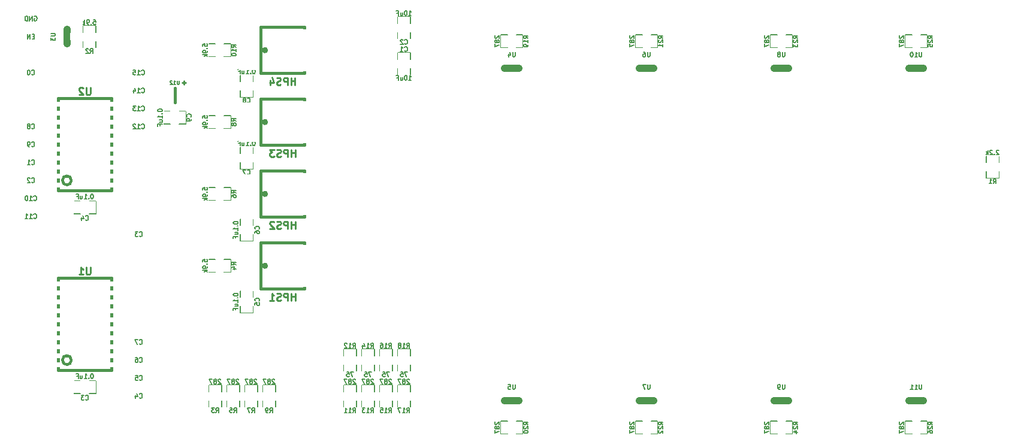
<source format=gbo>
G04 #@! TF.GenerationSoftware,KiCad,Pcbnew,6.0.0-unknown-f1f26a9~86~ubuntu18.04.1*
G04 #@! TF.CreationDate,2019-06-07T10:14:52-04:00*
G04 #@! TF.ProjectId,backlight_controller_6x3,6261636b-6c69-4676-9874-5f636f6e7472,1.0*
G04 #@! TF.SameCoordinates,Original*
G04 #@! TF.FileFunction,Legend,Bot*
G04 #@! TF.FilePolarity,Positive*
%FSLAX46Y46*%
G04 Gerber Fmt 4.6, Leading zero omitted, Abs format (unit mm)*
G04 Created by KiCad (PCBNEW 6.0.0-unknown-f1f26a9~86~ubuntu18.04.1) date 2019-06-07 10:14:52*
%MOMM*%
%LPD*%
G04 APERTURE LIST*
%ADD10C,0.150000*%
%ADD11C,0.381000*%
%ADD12C,0.228600*%
%ADD13C,0.177800*%
%ADD14C,1.000000*%
%ADD15C,0.254000*%
%ADD16C,0.127000*%
%ADD17C,0.158750*%
%ADD18O,2.743200X1.727200*%
%ADD19R,2.743200X1.727200*%
%ADD20R,2.203200X0.803200*%
%ADD21R,1.534160X0.762000*%
%ADD22R,0.990600X1.803400*%
%ADD23C,2.403200*%
%ADD24C,1.803200*%
%ADD25C,2.203200*%
%ADD26R,1.803400X0.990600*%
%ADD27R,1.003200X1.103200*%
%ADD28R,1.103200X1.003200*%
%ADD29C,3.759200*%
%ADD30O,4.203200X3.203200*%
%ADD31R,4.203200X3.203200*%
%ADD32C,4.203200*%
%ADD33R,6.603200X6.003200*%
%ADD34R,2.403200X1.003200*%
G04 APERTURE END LIST*
D10*
X68988214Y-90396785D02*
X69018452Y-90427023D01*
X69109166Y-90457261D01*
X69169642Y-90457261D01*
X69260357Y-90427023D01*
X69320833Y-90366547D01*
X69351071Y-90306071D01*
X69381309Y-90185119D01*
X69381309Y-90094404D01*
X69351071Y-89973452D01*
X69320833Y-89912976D01*
X69260357Y-89852500D01*
X69169642Y-89822261D01*
X69109166Y-89822261D01*
X69018452Y-89852500D01*
X68988214Y-89882738D01*
X68383452Y-90457261D02*
X68746309Y-90457261D01*
X68564880Y-90457261D02*
X68564880Y-89822261D01*
X68625357Y-89912976D01*
X68685833Y-89973452D01*
X68746309Y-90003690D01*
X68141547Y-89882738D02*
X68111309Y-89852500D01*
X68050833Y-89822261D01*
X67899642Y-89822261D01*
X67839166Y-89852500D01*
X67808928Y-89882738D01*
X67778690Y-89943214D01*
X67778690Y-90003690D01*
X67808928Y-90094404D01*
X68171785Y-90457261D01*
X67778690Y-90457261D01*
X68988214Y-87856785D02*
X69018452Y-87887023D01*
X69109166Y-87917261D01*
X69169642Y-87917261D01*
X69260357Y-87887023D01*
X69320833Y-87826547D01*
X69351071Y-87766071D01*
X69381309Y-87645119D01*
X69381309Y-87554404D01*
X69351071Y-87433452D01*
X69320833Y-87372976D01*
X69260357Y-87312500D01*
X69169642Y-87282261D01*
X69109166Y-87282261D01*
X69018452Y-87312500D01*
X68988214Y-87342738D01*
X68383452Y-87917261D02*
X68746309Y-87917261D01*
X68564880Y-87917261D02*
X68564880Y-87282261D01*
X68625357Y-87372976D01*
X68685833Y-87433452D01*
X68746309Y-87463690D01*
X68171785Y-87282261D02*
X67778690Y-87282261D01*
X67990357Y-87524166D01*
X67899642Y-87524166D01*
X67839166Y-87554404D01*
X67808928Y-87584642D01*
X67778690Y-87645119D01*
X67778690Y-87796309D01*
X67808928Y-87856785D01*
X67839166Y-87887023D01*
X67899642Y-87917261D01*
X68081071Y-87917261D01*
X68141547Y-87887023D01*
X68171785Y-87856785D01*
X68988214Y-85316785D02*
X69018452Y-85347023D01*
X69109166Y-85377261D01*
X69169642Y-85377261D01*
X69260357Y-85347023D01*
X69320833Y-85286547D01*
X69351071Y-85226071D01*
X69381309Y-85105119D01*
X69381309Y-85014404D01*
X69351071Y-84893452D01*
X69320833Y-84832976D01*
X69260357Y-84772500D01*
X69169642Y-84742261D01*
X69109166Y-84742261D01*
X69018452Y-84772500D01*
X68988214Y-84802738D01*
X68383452Y-85377261D02*
X68746309Y-85377261D01*
X68564880Y-85377261D02*
X68564880Y-84742261D01*
X68625357Y-84832976D01*
X68685833Y-84893452D01*
X68746309Y-84923690D01*
X67839166Y-84953928D02*
X67839166Y-85377261D01*
X67990357Y-84712023D02*
X68141547Y-85165595D01*
X67748452Y-85165595D01*
X68988214Y-82776785D02*
X69018452Y-82807023D01*
X69109166Y-82837261D01*
X69169642Y-82837261D01*
X69260357Y-82807023D01*
X69320833Y-82746547D01*
X69351071Y-82686071D01*
X69381309Y-82565119D01*
X69381309Y-82474404D01*
X69351071Y-82353452D01*
X69320833Y-82292976D01*
X69260357Y-82232500D01*
X69169642Y-82202261D01*
X69109166Y-82202261D01*
X69018452Y-82232500D01*
X68988214Y-82262738D01*
X68383452Y-82837261D02*
X68746309Y-82837261D01*
X68564880Y-82837261D02*
X68564880Y-82202261D01*
X68625357Y-82292976D01*
X68685833Y-82353452D01*
X68746309Y-82383690D01*
X67808928Y-82202261D02*
X68111309Y-82202261D01*
X68141547Y-82504642D01*
X68111309Y-82474404D01*
X68050833Y-82444166D01*
X67899642Y-82444166D01*
X67839166Y-82474404D01*
X67808928Y-82504642D01*
X67778690Y-82565119D01*
X67778690Y-82716309D01*
X67808928Y-82776785D01*
X67839166Y-82807023D01*
X67899642Y-82837261D01*
X68050833Y-82837261D01*
X68111309Y-82807023D01*
X68141547Y-82776785D01*
X68685833Y-125956785D02*
X68716071Y-125987023D01*
X68806785Y-126017261D01*
X68867261Y-126017261D01*
X68957976Y-125987023D01*
X69018452Y-125926547D01*
X69048690Y-125866071D01*
X69078928Y-125745119D01*
X69078928Y-125654404D01*
X69048690Y-125533452D01*
X69018452Y-125472976D01*
X68957976Y-125412500D01*
X68867261Y-125382261D01*
X68806785Y-125382261D01*
X68716071Y-125412500D01*
X68685833Y-125442738D01*
X68111309Y-125382261D02*
X68413690Y-125382261D01*
X68443928Y-125684642D01*
X68413690Y-125654404D01*
X68353214Y-125624166D01*
X68202023Y-125624166D01*
X68141547Y-125654404D01*
X68111309Y-125684642D01*
X68081071Y-125745119D01*
X68081071Y-125896309D01*
X68111309Y-125956785D01*
X68141547Y-125987023D01*
X68202023Y-126017261D01*
X68353214Y-126017261D01*
X68413690Y-125987023D01*
X68443928Y-125956785D01*
X68685833Y-123416785D02*
X68716071Y-123447023D01*
X68806785Y-123477261D01*
X68867261Y-123477261D01*
X68957976Y-123447023D01*
X69018452Y-123386547D01*
X69048690Y-123326071D01*
X69078928Y-123205119D01*
X69078928Y-123114404D01*
X69048690Y-122993452D01*
X69018452Y-122932976D01*
X68957976Y-122872500D01*
X68867261Y-122842261D01*
X68806785Y-122842261D01*
X68716071Y-122872500D01*
X68685833Y-122902738D01*
X68141547Y-122842261D02*
X68262500Y-122842261D01*
X68322976Y-122872500D01*
X68353214Y-122902738D01*
X68413690Y-122993452D01*
X68443928Y-123114404D01*
X68443928Y-123356309D01*
X68413690Y-123416785D01*
X68383452Y-123447023D01*
X68322976Y-123477261D01*
X68202023Y-123477261D01*
X68141547Y-123447023D01*
X68111309Y-123416785D01*
X68081071Y-123356309D01*
X68081071Y-123205119D01*
X68111309Y-123144642D01*
X68141547Y-123114404D01*
X68202023Y-123084166D01*
X68322976Y-123084166D01*
X68383452Y-123114404D01*
X68413690Y-123144642D01*
X68443928Y-123205119D01*
X68685833Y-120876785D02*
X68716071Y-120907023D01*
X68806785Y-120937261D01*
X68867261Y-120937261D01*
X68957976Y-120907023D01*
X69018452Y-120846547D01*
X69048690Y-120786071D01*
X69078928Y-120665119D01*
X69078928Y-120574404D01*
X69048690Y-120453452D01*
X69018452Y-120392976D01*
X68957976Y-120332500D01*
X68867261Y-120302261D01*
X68806785Y-120302261D01*
X68716071Y-120332500D01*
X68685833Y-120362738D01*
X68474166Y-120302261D02*
X68050833Y-120302261D01*
X68322976Y-120937261D01*
X53445833Y-90396785D02*
X53476071Y-90427023D01*
X53566785Y-90457261D01*
X53627261Y-90457261D01*
X53717976Y-90427023D01*
X53778452Y-90366547D01*
X53808690Y-90306071D01*
X53838928Y-90185119D01*
X53838928Y-90094404D01*
X53808690Y-89973452D01*
X53778452Y-89912976D01*
X53717976Y-89852500D01*
X53627261Y-89822261D01*
X53566785Y-89822261D01*
X53476071Y-89852500D01*
X53445833Y-89882738D01*
X53082976Y-90094404D02*
X53143452Y-90064166D01*
X53173690Y-90033928D01*
X53203928Y-89973452D01*
X53203928Y-89943214D01*
X53173690Y-89882738D01*
X53143452Y-89852500D01*
X53082976Y-89822261D01*
X52962023Y-89822261D01*
X52901547Y-89852500D01*
X52871309Y-89882738D01*
X52841071Y-89943214D01*
X52841071Y-89973452D01*
X52871309Y-90033928D01*
X52901547Y-90064166D01*
X52962023Y-90094404D01*
X53082976Y-90094404D01*
X53143452Y-90124642D01*
X53173690Y-90154880D01*
X53203928Y-90215357D01*
X53203928Y-90336309D01*
X53173690Y-90396785D01*
X53143452Y-90427023D01*
X53082976Y-90457261D01*
X52962023Y-90457261D01*
X52901547Y-90427023D01*
X52871309Y-90396785D01*
X52841071Y-90336309D01*
X52841071Y-90215357D01*
X52871309Y-90154880D01*
X52901547Y-90124642D01*
X52962023Y-90094404D01*
X53445833Y-92936785D02*
X53476071Y-92967023D01*
X53566785Y-92997261D01*
X53627261Y-92997261D01*
X53717976Y-92967023D01*
X53778452Y-92906547D01*
X53808690Y-92846071D01*
X53838928Y-92725119D01*
X53838928Y-92634404D01*
X53808690Y-92513452D01*
X53778452Y-92452976D01*
X53717976Y-92392500D01*
X53627261Y-92362261D01*
X53566785Y-92362261D01*
X53476071Y-92392500D01*
X53445833Y-92422738D01*
X53143452Y-92997261D02*
X53022500Y-92997261D01*
X52962023Y-92967023D01*
X52931785Y-92936785D01*
X52871309Y-92846071D01*
X52841071Y-92725119D01*
X52841071Y-92483214D01*
X52871309Y-92422738D01*
X52901547Y-92392500D01*
X52962023Y-92362261D01*
X53082976Y-92362261D01*
X53143452Y-92392500D01*
X53173690Y-92422738D01*
X53203928Y-92483214D01*
X53203928Y-92634404D01*
X53173690Y-92694880D01*
X53143452Y-92725119D01*
X53082976Y-92755357D01*
X52962023Y-92755357D01*
X52901547Y-92725119D01*
X52871309Y-92694880D01*
X52841071Y-92634404D01*
X53748214Y-100556785D02*
X53778452Y-100587023D01*
X53869166Y-100617261D01*
X53929642Y-100617261D01*
X54020357Y-100587023D01*
X54080833Y-100526547D01*
X54111071Y-100466071D01*
X54141309Y-100345119D01*
X54141309Y-100254404D01*
X54111071Y-100133452D01*
X54080833Y-100072976D01*
X54020357Y-100012500D01*
X53929642Y-99982261D01*
X53869166Y-99982261D01*
X53778452Y-100012500D01*
X53748214Y-100042738D01*
X53143452Y-100617261D02*
X53506309Y-100617261D01*
X53324880Y-100617261D02*
X53324880Y-99982261D01*
X53385357Y-100072976D01*
X53445833Y-100133452D01*
X53506309Y-100163690D01*
X52750357Y-99982261D02*
X52689880Y-99982261D01*
X52629404Y-100012500D01*
X52599166Y-100042738D01*
X52568928Y-100103214D01*
X52538690Y-100224166D01*
X52538690Y-100375357D01*
X52568928Y-100496309D01*
X52599166Y-100556785D01*
X52629404Y-100587023D01*
X52689880Y-100617261D01*
X52750357Y-100617261D01*
X52810833Y-100587023D01*
X52841071Y-100556785D01*
X52871309Y-100496309D01*
X52901547Y-100375357D01*
X52901547Y-100224166D01*
X52871309Y-100103214D01*
X52841071Y-100042738D01*
X52810833Y-100012500D01*
X52750357Y-99982261D01*
X53748214Y-103096785D02*
X53778452Y-103127023D01*
X53869166Y-103157261D01*
X53929642Y-103157261D01*
X54020357Y-103127023D01*
X54080833Y-103066547D01*
X54111071Y-103006071D01*
X54141309Y-102885119D01*
X54141309Y-102794404D01*
X54111071Y-102673452D01*
X54080833Y-102612976D01*
X54020357Y-102552500D01*
X53929642Y-102522261D01*
X53869166Y-102522261D01*
X53778452Y-102552500D01*
X53748214Y-102582738D01*
X53143452Y-103157261D02*
X53506309Y-103157261D01*
X53324880Y-103157261D02*
X53324880Y-102522261D01*
X53385357Y-102612976D01*
X53445833Y-102673452D01*
X53506309Y-102703690D01*
X52538690Y-103157261D02*
X52901547Y-103157261D01*
X52720119Y-103157261D02*
X52720119Y-102522261D01*
X52780595Y-102612976D01*
X52841071Y-102673452D01*
X52901547Y-102703690D01*
X68685833Y-128496785D02*
X68716071Y-128527023D01*
X68806785Y-128557261D01*
X68867261Y-128557261D01*
X68957976Y-128527023D01*
X69018452Y-128466547D01*
X69048690Y-128406071D01*
X69078928Y-128285119D01*
X69078928Y-128194404D01*
X69048690Y-128073452D01*
X69018452Y-128012976D01*
X68957976Y-127952500D01*
X68867261Y-127922261D01*
X68806785Y-127922261D01*
X68716071Y-127952500D01*
X68685833Y-127982738D01*
X68141547Y-128133928D02*
X68141547Y-128557261D01*
X68292738Y-127892023D02*
X68443928Y-128345595D01*
X68050833Y-128345595D01*
X68685833Y-105636785D02*
X68716071Y-105667023D01*
X68806785Y-105697261D01*
X68867261Y-105697261D01*
X68957976Y-105667023D01*
X69018452Y-105606547D01*
X69048690Y-105546071D01*
X69078928Y-105425119D01*
X69078928Y-105334404D01*
X69048690Y-105213452D01*
X69018452Y-105152976D01*
X68957976Y-105092500D01*
X68867261Y-105062261D01*
X68806785Y-105062261D01*
X68716071Y-105092500D01*
X68685833Y-105122738D01*
X68474166Y-105062261D02*
X68081071Y-105062261D01*
X68292738Y-105304166D01*
X68202023Y-105304166D01*
X68141547Y-105334404D01*
X68111309Y-105364642D01*
X68081071Y-105425119D01*
X68081071Y-105576309D01*
X68111309Y-105636785D01*
X68141547Y-105667023D01*
X68202023Y-105697261D01*
X68383452Y-105697261D01*
X68443928Y-105667023D01*
X68474166Y-105636785D01*
X53808690Y-77424642D02*
X53597023Y-77424642D01*
X53506309Y-77757261D02*
X53808690Y-77757261D01*
X53808690Y-77122261D01*
X53506309Y-77122261D01*
X53234166Y-77757261D02*
X53234166Y-77122261D01*
X52871309Y-77757261D01*
X52871309Y-77122261D01*
X53445833Y-98016785D02*
X53476071Y-98047023D01*
X53566785Y-98077261D01*
X53627261Y-98077261D01*
X53717976Y-98047023D01*
X53778452Y-97986547D01*
X53808690Y-97926071D01*
X53838928Y-97805119D01*
X53838928Y-97714404D01*
X53808690Y-97593452D01*
X53778452Y-97532976D01*
X53717976Y-97472500D01*
X53627261Y-97442261D01*
X53566785Y-97442261D01*
X53476071Y-97472500D01*
X53445833Y-97502738D01*
X53203928Y-97502738D02*
X53173690Y-97472500D01*
X53113214Y-97442261D01*
X52962023Y-97442261D01*
X52901547Y-97472500D01*
X52871309Y-97502738D01*
X52841071Y-97563214D01*
X52841071Y-97623690D01*
X52871309Y-97714404D01*
X53234166Y-98077261D01*
X52841071Y-98077261D01*
X53445833Y-95476785D02*
X53476071Y-95507023D01*
X53566785Y-95537261D01*
X53627261Y-95537261D01*
X53717976Y-95507023D01*
X53778452Y-95446547D01*
X53808690Y-95386071D01*
X53838928Y-95265119D01*
X53838928Y-95174404D01*
X53808690Y-95053452D01*
X53778452Y-94992976D01*
X53717976Y-94932500D01*
X53627261Y-94902261D01*
X53566785Y-94902261D01*
X53476071Y-94932500D01*
X53445833Y-94962738D01*
X52841071Y-95537261D02*
X53203928Y-95537261D01*
X53022500Y-95537261D02*
X53022500Y-94902261D01*
X53082976Y-94992976D01*
X53143452Y-95053452D01*
X53203928Y-95083690D01*
X53445833Y-82776785D02*
X53476071Y-82807023D01*
X53566785Y-82837261D01*
X53627261Y-82837261D01*
X53717976Y-82807023D01*
X53778452Y-82746547D01*
X53808690Y-82686071D01*
X53838928Y-82565119D01*
X53838928Y-82474404D01*
X53808690Y-82353452D01*
X53778452Y-82292976D01*
X53717976Y-82232500D01*
X53627261Y-82202261D01*
X53566785Y-82202261D01*
X53476071Y-82232500D01*
X53445833Y-82262738D01*
X53052738Y-82202261D02*
X52992261Y-82202261D01*
X52931785Y-82232500D01*
X52901547Y-82262738D01*
X52871309Y-82323214D01*
X52841071Y-82444166D01*
X52841071Y-82595357D01*
X52871309Y-82716309D01*
X52901547Y-82776785D01*
X52931785Y-82807023D01*
X52992261Y-82837261D01*
X53052738Y-82837261D01*
X53113214Y-82807023D01*
X53143452Y-82776785D01*
X53173690Y-82716309D01*
X53203928Y-82595357D01*
X53203928Y-82444166D01*
X53173690Y-82323214D01*
X53143452Y-82262738D01*
X53113214Y-82232500D01*
X53052738Y-82202261D01*
X53823809Y-74612500D02*
X53884285Y-74582261D01*
X53975000Y-74582261D01*
X54065714Y-74612500D01*
X54126190Y-74672976D01*
X54156428Y-74733452D01*
X54186666Y-74854404D01*
X54186666Y-74945119D01*
X54156428Y-75066071D01*
X54126190Y-75126547D01*
X54065714Y-75187023D01*
X53975000Y-75217261D01*
X53914523Y-75217261D01*
X53823809Y-75187023D01*
X53793571Y-75156785D01*
X53793571Y-74945119D01*
X53914523Y-74945119D01*
X53521428Y-75217261D02*
X53521428Y-74582261D01*
X53158571Y-75217261D01*
X53158571Y-74582261D01*
X52856190Y-75217261D02*
X52856190Y-74582261D01*
X52705000Y-74582261D01*
X52614285Y-74612500D01*
X52553809Y-74672976D01*
X52523571Y-74733452D01*
X52493333Y-74854404D01*
X52493333Y-74945119D01*
X52523571Y-75066071D01*
X52553809Y-75126547D01*
X52614285Y-75187023D01*
X52705000Y-75217261D01*
X52856190Y-75217261D01*
D11*
X59055000Y-123190000D02*
G75*
G03X59055000Y-123190000I-635000J0D01*
G01*
X57210000Y-124610000D02*
X57210000Y-111610000D01*
X57210000Y-111610000D02*
X64710000Y-111610000D01*
X64710000Y-111610000D02*
X64710000Y-124610000D01*
X64710000Y-124610000D02*
X57210000Y-124610000D01*
X59055000Y-97790000D02*
G75*
G03X59055000Y-97790000I-635000J0D01*
G01*
X57210000Y-99210000D02*
X57210000Y-86210000D01*
X57210000Y-86210000D02*
X64710000Y-86210000D01*
X64710000Y-86210000D02*
X64710000Y-99210000D01*
X64710000Y-99210000D02*
X57210000Y-99210000D01*
D12*
X74930000Y-83693000D02*
X74930000Y-84201000D01*
X75184000Y-83947000D02*
X74676000Y-83947000D01*
D11*
X73660000Y-84709000D02*
X73660000Y-86741000D01*
D13*
X75184000Y-88011000D02*
X74295000Y-88011000D01*
X75184000Y-89789000D02*
X75184000Y-88011000D01*
X74295000Y-89789000D02*
X75184000Y-89789000D01*
X72136000Y-88011000D02*
X73025000Y-88011000D01*
X72136000Y-89789000D02*
X72136000Y-88011000D01*
X73025000Y-89789000D02*
X72136000Y-89789000D01*
X84709000Y-85979000D02*
X84709000Y-85090000D01*
X82931000Y-85979000D02*
X84709000Y-85979000D01*
X82931000Y-85090000D02*
X82931000Y-85979000D01*
X84709000Y-82931000D02*
X84709000Y-83820000D01*
X82931000Y-82931000D02*
X84709000Y-82931000D01*
X82931000Y-83820000D02*
X82931000Y-82931000D01*
X84709000Y-96139000D02*
X84709000Y-95250000D01*
X82931000Y-96139000D02*
X84709000Y-96139000D01*
X82931000Y-95250000D02*
X82931000Y-96139000D01*
X84709000Y-93091000D02*
X84709000Y-93980000D01*
X82931000Y-93091000D02*
X84709000Y-93091000D01*
X82931000Y-93980000D02*
X82931000Y-93091000D01*
X179959000Y-131826000D02*
X179070000Y-131826000D01*
X179959000Y-133604000D02*
X179959000Y-131826000D01*
X179070000Y-133604000D02*
X179959000Y-133604000D01*
X176911000Y-131826000D02*
X177800000Y-131826000D01*
X176911000Y-133604000D02*
X176911000Y-131826000D01*
X177800000Y-133604000D02*
X176911000Y-133604000D01*
D14*
X177435000Y-128905000D02*
X179435000Y-128905000D01*
X58420000Y-78470000D02*
X58420000Y-76470000D01*
X120285000Y-81915000D02*
X122285000Y-81915000D01*
X120285000Y-128905000D02*
X122285000Y-128905000D01*
X139335000Y-81915000D02*
X141335000Y-81915000D01*
X139335000Y-128905000D02*
X141335000Y-128905000D01*
X158385000Y-81915000D02*
X160385000Y-81915000D01*
X158385000Y-128905000D02*
X160385000Y-128905000D01*
X177435000Y-81915000D02*
X179435000Y-81915000D01*
D13*
X97536000Y-127635000D02*
X97536000Y-126746000D01*
X97536000Y-126746000D02*
X99314000Y-126746000D01*
X99314000Y-126746000D02*
X99314000Y-127635000D01*
X97536000Y-128905000D02*
X97536000Y-129794000D01*
X97536000Y-129794000D02*
X99314000Y-129794000D01*
X99314000Y-129794000D02*
X99314000Y-128905000D01*
X86106000Y-127635000D02*
X86106000Y-126746000D01*
X86106000Y-126746000D02*
X87884000Y-126746000D01*
X87884000Y-126746000D02*
X87884000Y-127635000D01*
X86106000Y-128905000D02*
X86106000Y-129794000D01*
X86106000Y-129794000D02*
X87884000Y-129794000D01*
X87884000Y-129794000D02*
X87884000Y-128905000D01*
X79375000Y-80264000D02*
X78486000Y-80264000D01*
X78486000Y-80264000D02*
X78486000Y-78486000D01*
X78486000Y-78486000D02*
X79375000Y-78486000D01*
X80645000Y-80264000D02*
X81534000Y-80264000D01*
X81534000Y-80264000D02*
X81534000Y-78486000D01*
X81534000Y-78486000D02*
X80645000Y-78486000D01*
X82931000Y-104140000D02*
X82931000Y-103251000D01*
X82931000Y-103251000D02*
X84709000Y-103251000D01*
X84709000Y-103251000D02*
X84709000Y-104140000D01*
X82931000Y-105410000D02*
X82931000Y-106299000D01*
X82931000Y-106299000D02*
X84709000Y-106299000D01*
X84709000Y-106299000D02*
X84709000Y-105410000D01*
X100076000Y-127635000D02*
X100076000Y-126746000D01*
X100076000Y-126746000D02*
X101854000Y-126746000D01*
X101854000Y-126746000D02*
X101854000Y-127635000D01*
X100076000Y-128905000D02*
X100076000Y-129794000D01*
X100076000Y-129794000D02*
X101854000Y-129794000D01*
X101854000Y-129794000D02*
X101854000Y-128905000D01*
X99314000Y-123825000D02*
X99314000Y-124714000D01*
X99314000Y-124714000D02*
X97536000Y-124714000D01*
X97536000Y-124714000D02*
X97536000Y-123825000D01*
X99314000Y-122555000D02*
X99314000Y-121666000D01*
X99314000Y-121666000D02*
X97536000Y-121666000D01*
X97536000Y-121666000D02*
X97536000Y-122555000D01*
X79375000Y-90424000D02*
X78486000Y-90424000D01*
X78486000Y-90424000D02*
X78486000Y-88646000D01*
X78486000Y-88646000D02*
X79375000Y-88646000D01*
X80645000Y-90424000D02*
X81534000Y-90424000D01*
X81534000Y-90424000D02*
X81534000Y-88646000D01*
X81534000Y-88646000D02*
X80645000Y-88646000D01*
X83566000Y-127635000D02*
X83566000Y-126746000D01*
X83566000Y-126746000D02*
X85344000Y-126746000D01*
X85344000Y-126746000D02*
X85344000Y-127635000D01*
X83566000Y-128905000D02*
X83566000Y-129794000D01*
X83566000Y-129794000D02*
X85344000Y-129794000D01*
X85344000Y-129794000D02*
X85344000Y-128905000D01*
X82931000Y-114300000D02*
X82931000Y-113411000D01*
X82931000Y-113411000D02*
X84709000Y-113411000D01*
X84709000Y-113411000D02*
X84709000Y-114300000D01*
X82931000Y-115570000D02*
X82931000Y-116459000D01*
X82931000Y-116459000D02*
X84709000Y-116459000D01*
X84709000Y-116459000D02*
X84709000Y-115570000D01*
X79375000Y-100584000D02*
X78486000Y-100584000D01*
X78486000Y-100584000D02*
X78486000Y-98806000D01*
X78486000Y-98806000D02*
X79375000Y-98806000D01*
X80645000Y-100584000D02*
X81534000Y-100584000D01*
X81534000Y-100584000D02*
X81534000Y-98806000D01*
X81534000Y-98806000D02*
X80645000Y-98806000D01*
X81026000Y-127635000D02*
X81026000Y-126746000D01*
X81026000Y-126746000D02*
X82804000Y-126746000D01*
X82804000Y-126746000D02*
X82804000Y-127635000D01*
X81026000Y-128905000D02*
X81026000Y-129794000D01*
X81026000Y-129794000D02*
X82804000Y-129794000D01*
X82804000Y-129794000D02*
X82804000Y-128905000D01*
X61595000Y-100711000D02*
X62484000Y-100711000D01*
X62484000Y-100711000D02*
X62484000Y-102489000D01*
X62484000Y-102489000D02*
X61595000Y-102489000D01*
X60325000Y-100711000D02*
X59436000Y-100711000D01*
X59436000Y-100711000D02*
X59436000Y-102489000D01*
X59436000Y-102489000D02*
X60325000Y-102489000D01*
X79375000Y-110744000D02*
X78486000Y-110744000D01*
X78486000Y-110744000D02*
X78486000Y-108966000D01*
X78486000Y-108966000D02*
X79375000Y-108966000D01*
X80645000Y-110744000D02*
X81534000Y-110744000D01*
X81534000Y-110744000D02*
X81534000Y-108966000D01*
X81534000Y-108966000D02*
X80645000Y-108966000D01*
X101854000Y-123825000D02*
X101854000Y-124714000D01*
X101854000Y-124714000D02*
X100076000Y-124714000D01*
X100076000Y-124714000D02*
X100076000Y-123825000D01*
X101854000Y-122555000D02*
X101854000Y-121666000D01*
X101854000Y-121666000D02*
X100076000Y-121666000D01*
X100076000Y-121666000D02*
X100076000Y-122555000D01*
X78486000Y-127635000D02*
X78486000Y-126746000D01*
X78486000Y-126746000D02*
X80264000Y-126746000D01*
X80264000Y-126746000D02*
X80264000Y-127635000D01*
X78486000Y-128905000D02*
X78486000Y-129794000D01*
X78486000Y-129794000D02*
X80264000Y-129794000D01*
X80264000Y-129794000D02*
X80264000Y-128905000D01*
X61595000Y-126111000D02*
X62484000Y-126111000D01*
X62484000Y-126111000D02*
X62484000Y-127889000D01*
X62484000Y-127889000D02*
X61595000Y-127889000D01*
X60325000Y-126111000D02*
X59436000Y-126111000D01*
X59436000Y-126111000D02*
X59436000Y-127889000D01*
X59436000Y-127889000D02*
X60325000Y-127889000D01*
X106934000Y-81915000D02*
X106934000Y-82804000D01*
X106934000Y-82804000D02*
X105156000Y-82804000D01*
X105156000Y-82804000D02*
X105156000Y-81915000D01*
X106934000Y-80645000D02*
X106934000Y-79756000D01*
X106934000Y-79756000D02*
X105156000Y-79756000D01*
X105156000Y-79756000D02*
X105156000Y-80645000D01*
X60706000Y-76835000D02*
X60706000Y-75946000D01*
X60706000Y-75946000D02*
X62484000Y-75946000D01*
X62484000Y-75946000D02*
X62484000Y-76835000D01*
X60706000Y-78105000D02*
X60706000Y-78994000D01*
X60706000Y-78994000D02*
X62484000Y-78994000D01*
X62484000Y-78994000D02*
X62484000Y-78105000D01*
X188341000Y-95250000D02*
X188341000Y-94361000D01*
X188341000Y-94361000D02*
X190119000Y-94361000D01*
X190119000Y-94361000D02*
X190119000Y-95250000D01*
X188341000Y-96520000D02*
X188341000Y-97409000D01*
X188341000Y-97409000D02*
X190119000Y-97409000D01*
X190119000Y-97409000D02*
X190119000Y-96520000D01*
X102616000Y-127635000D02*
X102616000Y-126746000D01*
X102616000Y-126746000D02*
X104394000Y-126746000D01*
X104394000Y-126746000D02*
X104394000Y-127635000D01*
X102616000Y-128905000D02*
X102616000Y-129794000D01*
X102616000Y-129794000D02*
X104394000Y-129794000D01*
X104394000Y-129794000D02*
X104394000Y-128905000D01*
X105156000Y-127635000D02*
X105156000Y-126746000D01*
X105156000Y-126746000D02*
X106934000Y-126746000D01*
X106934000Y-126746000D02*
X106934000Y-127635000D01*
X105156000Y-128905000D02*
X105156000Y-129794000D01*
X105156000Y-129794000D02*
X106934000Y-129794000D01*
X106934000Y-129794000D02*
X106934000Y-128905000D01*
X104394000Y-123825000D02*
X104394000Y-124714000D01*
X104394000Y-124714000D02*
X102616000Y-124714000D01*
X102616000Y-124714000D02*
X102616000Y-123825000D01*
X104394000Y-122555000D02*
X104394000Y-121666000D01*
X104394000Y-121666000D02*
X102616000Y-121666000D01*
X102616000Y-121666000D02*
X102616000Y-122555000D01*
X177800000Y-78994000D02*
X176911000Y-78994000D01*
X176911000Y-78994000D02*
X176911000Y-77216000D01*
X176911000Y-77216000D02*
X177800000Y-77216000D01*
X179070000Y-78994000D02*
X179959000Y-78994000D01*
X179959000Y-78994000D02*
X179959000Y-77216000D01*
X179959000Y-77216000D02*
X179070000Y-77216000D01*
X106934000Y-123825000D02*
X106934000Y-124714000D01*
X106934000Y-124714000D02*
X105156000Y-124714000D01*
X105156000Y-124714000D02*
X105156000Y-123825000D01*
X106934000Y-122555000D02*
X106934000Y-121666000D01*
X106934000Y-121666000D02*
X105156000Y-121666000D01*
X105156000Y-121666000D02*
X105156000Y-122555000D01*
X139700000Y-133604000D02*
X138811000Y-133604000D01*
X138811000Y-133604000D02*
X138811000Y-131826000D01*
X138811000Y-131826000D02*
X139700000Y-131826000D01*
X140970000Y-133604000D02*
X141859000Y-133604000D01*
X141859000Y-133604000D02*
X141859000Y-131826000D01*
X141859000Y-131826000D02*
X140970000Y-131826000D01*
X120650000Y-78994000D02*
X119761000Y-78994000D01*
X119761000Y-78994000D02*
X119761000Y-77216000D01*
X119761000Y-77216000D02*
X120650000Y-77216000D01*
X121920000Y-78994000D02*
X122809000Y-78994000D01*
X122809000Y-78994000D02*
X122809000Y-77216000D01*
X122809000Y-77216000D02*
X121920000Y-77216000D01*
X105156000Y-75565000D02*
X105156000Y-74676000D01*
X105156000Y-74676000D02*
X106934000Y-74676000D01*
X106934000Y-74676000D02*
X106934000Y-75565000D01*
X105156000Y-76835000D02*
X105156000Y-77724000D01*
X105156000Y-77724000D02*
X106934000Y-77724000D01*
X106934000Y-77724000D02*
X106934000Y-76835000D01*
X158750000Y-78994000D02*
X157861000Y-78994000D01*
X157861000Y-78994000D02*
X157861000Y-77216000D01*
X157861000Y-77216000D02*
X158750000Y-77216000D01*
X160020000Y-78994000D02*
X160909000Y-78994000D01*
X160909000Y-78994000D02*
X160909000Y-77216000D01*
X160909000Y-77216000D02*
X160020000Y-77216000D01*
X158750000Y-133604000D02*
X157861000Y-133604000D01*
X157861000Y-133604000D02*
X157861000Y-131826000D01*
X157861000Y-131826000D02*
X158750000Y-131826000D01*
X160020000Y-133604000D02*
X160909000Y-133604000D01*
X160909000Y-133604000D02*
X160909000Y-131826000D01*
X160909000Y-131826000D02*
X160020000Y-131826000D01*
X120650000Y-133604000D02*
X119761000Y-133604000D01*
X119761000Y-133604000D02*
X119761000Y-131826000D01*
X119761000Y-131826000D02*
X120650000Y-131826000D01*
X121920000Y-133604000D02*
X122809000Y-133604000D01*
X122809000Y-133604000D02*
X122809000Y-131826000D01*
X122809000Y-131826000D02*
X121920000Y-131826000D01*
X139700000Y-78994000D02*
X138811000Y-78994000D01*
X138811000Y-78994000D02*
X138811000Y-77216000D01*
X138811000Y-77216000D02*
X139700000Y-77216000D01*
X140970000Y-78994000D02*
X141859000Y-78994000D01*
X141859000Y-78994000D02*
X141859000Y-77216000D01*
X141859000Y-77216000D02*
X140970000Y-77216000D01*
D11*
X85790000Y-113105000D02*
X92010000Y-113105000D01*
X85790000Y-106605000D02*
X85790000Y-113105000D01*
X92010000Y-106605000D02*
X85790000Y-106605000D01*
X92010000Y-113105000D02*
X92010000Y-106605000D01*
X86643607Y-109855000D02*
G75*
G03X86643607Y-109855000I-223607J0D01*
G01*
X85790000Y-102945000D02*
X92010000Y-102945000D01*
X85790000Y-96445000D02*
X85790000Y-102945000D01*
X92010000Y-96445000D02*
X85790000Y-96445000D01*
X92010000Y-102945000D02*
X92010000Y-96445000D01*
X86643607Y-99695000D02*
G75*
G03X86643607Y-99695000I-223607J0D01*
G01*
X85790000Y-92785000D02*
X92010000Y-92785000D01*
X85790000Y-86285000D02*
X85790000Y-92785000D01*
X92010000Y-86285000D02*
X85790000Y-86285000D01*
X92010000Y-92785000D02*
X92010000Y-86285000D01*
X86643607Y-89535000D02*
G75*
G03X86643607Y-89535000I-223607J0D01*
G01*
X85790000Y-82625000D02*
X92010000Y-82625000D01*
X85790000Y-76125000D02*
X85790000Y-82625000D01*
X92010000Y-76125000D02*
X85790000Y-76125000D01*
X92010000Y-82625000D02*
X92010000Y-76125000D01*
X86643607Y-79375000D02*
G75*
G03X86643607Y-79375000I-223607J0D01*
G01*
D15*
X61734095Y-110053619D02*
X61734095Y-110876095D01*
X61685714Y-110972857D01*
X61637333Y-111021238D01*
X61540571Y-111069619D01*
X61347047Y-111069619D01*
X61250285Y-111021238D01*
X61201904Y-110972857D01*
X61153523Y-110876095D01*
X61153523Y-110053619D01*
X60137523Y-111069619D02*
X60718095Y-111069619D01*
X60427809Y-111069619D02*
X60427809Y-110053619D01*
X60524571Y-110198761D01*
X60621333Y-110295523D01*
X60718095Y-110343904D01*
X61734095Y-84653619D02*
X61734095Y-85476095D01*
X61685714Y-85572857D01*
X61637333Y-85621238D01*
X61540571Y-85669619D01*
X61347047Y-85669619D01*
X61250285Y-85621238D01*
X61201904Y-85572857D01*
X61153523Y-85476095D01*
X61153523Y-84653619D01*
X60718095Y-84750380D02*
X60669714Y-84702000D01*
X60572952Y-84653619D01*
X60331047Y-84653619D01*
X60234285Y-84702000D01*
X60185904Y-84750380D01*
X60137523Y-84847142D01*
X60137523Y-84943904D01*
X60185904Y-85089047D01*
X60766476Y-85669619D01*
X60137523Y-85669619D01*
D16*
X74288952Y-83696809D02*
X74288952Y-84108047D01*
X74264761Y-84156428D01*
X74240571Y-84180619D01*
X74192190Y-84204809D01*
X74095428Y-84204809D01*
X74047047Y-84180619D01*
X74022857Y-84156428D01*
X73998666Y-84108047D01*
X73998666Y-83696809D01*
X73490666Y-84204809D02*
X73780952Y-84204809D01*
X73635809Y-84204809D02*
X73635809Y-83696809D01*
X73684190Y-83769380D01*
X73732571Y-83817761D01*
X73780952Y-83841952D01*
X73297142Y-83745190D02*
X73272952Y-83721000D01*
X73224571Y-83696809D01*
X73103619Y-83696809D01*
X73055238Y-83721000D01*
X73031047Y-83745190D01*
X73006857Y-83793571D01*
X73006857Y-83841952D01*
X73031047Y-83914523D01*
X73321333Y-84204809D01*
X73006857Y-84204809D01*
D17*
X75918785Y-88794166D02*
X75949023Y-88763928D01*
X75979261Y-88673214D01*
X75979261Y-88612738D01*
X75949023Y-88522023D01*
X75888547Y-88461547D01*
X75828071Y-88431309D01*
X75707119Y-88401071D01*
X75616404Y-88401071D01*
X75495452Y-88431309D01*
X75434976Y-88461547D01*
X75374500Y-88522023D01*
X75344261Y-88612738D01*
X75344261Y-88673214D01*
X75374500Y-88763928D01*
X75404738Y-88794166D01*
X75979261Y-89096547D02*
X75979261Y-89217500D01*
X75949023Y-89277976D01*
X75918785Y-89308214D01*
X75828071Y-89368690D01*
X75707119Y-89398928D01*
X75465214Y-89398928D01*
X75404738Y-89368690D01*
X75374500Y-89338452D01*
X75344261Y-89277976D01*
X75344261Y-89157023D01*
X75374500Y-89096547D01*
X75404738Y-89066309D01*
X75465214Y-89036071D01*
X75616404Y-89036071D01*
X75676880Y-89066309D01*
X75707119Y-89096547D01*
X75737357Y-89157023D01*
X75737357Y-89277976D01*
X75707119Y-89338452D01*
X75676880Y-89368690D01*
X75616404Y-89398928D01*
X71280261Y-87856785D02*
X71280261Y-87917261D01*
X71310500Y-87977738D01*
X71340738Y-88007976D01*
X71401214Y-88038214D01*
X71522166Y-88068452D01*
X71673357Y-88068452D01*
X71794309Y-88038214D01*
X71854785Y-88007976D01*
X71885023Y-87977738D01*
X71915261Y-87917261D01*
X71915261Y-87856785D01*
X71885023Y-87796309D01*
X71854785Y-87766071D01*
X71794309Y-87735833D01*
X71673357Y-87705595D01*
X71522166Y-87705595D01*
X71401214Y-87735833D01*
X71340738Y-87766071D01*
X71310500Y-87796309D01*
X71280261Y-87856785D01*
X71854785Y-88340595D02*
X71885023Y-88370833D01*
X71915261Y-88340595D01*
X71885023Y-88310357D01*
X71854785Y-88340595D01*
X71915261Y-88340595D01*
X71915261Y-88975595D02*
X71915261Y-88612738D01*
X71915261Y-88794166D02*
X71280261Y-88794166D01*
X71370976Y-88733690D01*
X71431452Y-88673214D01*
X71461690Y-88612738D01*
X71491928Y-89519880D02*
X71915261Y-89519880D01*
X71491928Y-89247738D02*
X71824547Y-89247738D01*
X71885023Y-89277976D01*
X71915261Y-89338452D01*
X71915261Y-89429166D01*
X71885023Y-89489642D01*
X71854785Y-89519880D01*
X71582642Y-90033928D02*
X71582642Y-89822261D01*
X71915261Y-89822261D02*
X71280261Y-89822261D01*
X71280261Y-90124642D01*
X83925833Y-86713785D02*
X83956071Y-86744023D01*
X84046785Y-86774261D01*
X84107261Y-86774261D01*
X84197976Y-86744023D01*
X84258452Y-86683547D01*
X84288690Y-86623071D01*
X84318928Y-86502119D01*
X84318928Y-86411404D01*
X84288690Y-86290452D01*
X84258452Y-86229976D01*
X84197976Y-86169500D01*
X84107261Y-86139261D01*
X84046785Y-86139261D01*
X83956071Y-86169500D01*
X83925833Y-86199738D01*
X83562976Y-86411404D02*
X83623452Y-86381166D01*
X83653690Y-86350928D01*
X83683928Y-86290452D01*
X83683928Y-86260214D01*
X83653690Y-86199738D01*
X83623452Y-86169500D01*
X83562976Y-86139261D01*
X83442023Y-86139261D01*
X83381547Y-86169500D01*
X83351309Y-86199738D01*
X83321071Y-86260214D01*
X83321071Y-86290452D01*
X83351309Y-86350928D01*
X83381547Y-86381166D01*
X83442023Y-86411404D01*
X83562976Y-86411404D01*
X83623452Y-86441642D01*
X83653690Y-86471880D01*
X83683928Y-86532357D01*
X83683928Y-86653309D01*
X83653690Y-86713785D01*
X83623452Y-86744023D01*
X83562976Y-86774261D01*
X83442023Y-86774261D01*
X83381547Y-86744023D01*
X83351309Y-86713785D01*
X83321071Y-86653309D01*
X83321071Y-86532357D01*
X83351309Y-86471880D01*
X83381547Y-86441642D01*
X83442023Y-86411404D01*
X84863214Y-82075261D02*
X84802738Y-82075261D01*
X84742261Y-82105500D01*
X84712023Y-82135738D01*
X84681785Y-82196214D01*
X84651547Y-82317166D01*
X84651547Y-82468357D01*
X84681785Y-82589309D01*
X84712023Y-82649785D01*
X84742261Y-82680023D01*
X84802738Y-82710261D01*
X84863214Y-82710261D01*
X84923690Y-82680023D01*
X84953928Y-82649785D01*
X84984166Y-82589309D01*
X85014404Y-82468357D01*
X85014404Y-82317166D01*
X84984166Y-82196214D01*
X84953928Y-82135738D01*
X84923690Y-82105500D01*
X84863214Y-82075261D01*
X84379404Y-82649785D02*
X84349166Y-82680023D01*
X84379404Y-82710261D01*
X84409642Y-82680023D01*
X84379404Y-82649785D01*
X84379404Y-82710261D01*
X83744404Y-82710261D02*
X84107261Y-82710261D01*
X83925833Y-82710261D02*
X83925833Y-82075261D01*
X83986309Y-82165976D01*
X84046785Y-82226452D01*
X84107261Y-82256690D01*
X83200119Y-82286928D02*
X83200119Y-82710261D01*
X83472261Y-82286928D02*
X83472261Y-82619547D01*
X83442023Y-82680023D01*
X83381547Y-82710261D01*
X83290833Y-82710261D01*
X83230357Y-82680023D01*
X83200119Y-82649785D01*
X82686071Y-82377642D02*
X82897738Y-82377642D01*
X82897738Y-82710261D02*
X82897738Y-82075261D01*
X82595357Y-82075261D01*
X83925833Y-96873785D02*
X83956071Y-96904023D01*
X84046785Y-96934261D01*
X84107261Y-96934261D01*
X84197976Y-96904023D01*
X84258452Y-96843547D01*
X84288690Y-96783071D01*
X84318928Y-96662119D01*
X84318928Y-96571404D01*
X84288690Y-96450452D01*
X84258452Y-96389976D01*
X84197976Y-96329500D01*
X84107261Y-96299261D01*
X84046785Y-96299261D01*
X83956071Y-96329500D01*
X83925833Y-96359738D01*
X83714166Y-96299261D02*
X83290833Y-96299261D01*
X83562976Y-96934261D01*
X84863214Y-92235261D02*
X84802738Y-92235261D01*
X84742261Y-92265500D01*
X84712023Y-92295738D01*
X84681785Y-92356214D01*
X84651547Y-92477166D01*
X84651547Y-92628357D01*
X84681785Y-92749309D01*
X84712023Y-92809785D01*
X84742261Y-92840023D01*
X84802738Y-92870261D01*
X84863214Y-92870261D01*
X84923690Y-92840023D01*
X84953928Y-92809785D01*
X84984166Y-92749309D01*
X85014404Y-92628357D01*
X85014404Y-92477166D01*
X84984166Y-92356214D01*
X84953928Y-92295738D01*
X84923690Y-92265500D01*
X84863214Y-92235261D01*
X84379404Y-92809785D02*
X84349166Y-92840023D01*
X84379404Y-92870261D01*
X84409642Y-92840023D01*
X84379404Y-92809785D01*
X84379404Y-92870261D01*
X83744404Y-92870261D02*
X84107261Y-92870261D01*
X83925833Y-92870261D02*
X83925833Y-92235261D01*
X83986309Y-92325976D01*
X84046785Y-92386452D01*
X84107261Y-92416690D01*
X83200119Y-92446928D02*
X83200119Y-92870261D01*
X83472261Y-92446928D02*
X83472261Y-92779547D01*
X83442023Y-92840023D01*
X83381547Y-92870261D01*
X83290833Y-92870261D01*
X83230357Y-92840023D01*
X83200119Y-92809785D01*
X82686071Y-92537642D02*
X82897738Y-92537642D01*
X82897738Y-92870261D02*
X82897738Y-92235261D01*
X82595357Y-92235261D01*
X180754261Y-132306785D02*
X180451880Y-132095119D01*
X180754261Y-131943928D02*
X180119261Y-131943928D01*
X180119261Y-132185833D01*
X180149500Y-132246309D01*
X180179738Y-132276547D01*
X180240214Y-132306785D01*
X180330928Y-132306785D01*
X180391404Y-132276547D01*
X180421642Y-132246309D01*
X180451880Y-132185833D01*
X180451880Y-131943928D01*
X180179738Y-132548690D02*
X180149500Y-132578928D01*
X180119261Y-132639404D01*
X180119261Y-132790595D01*
X180149500Y-132851071D01*
X180179738Y-132881309D01*
X180240214Y-132911547D01*
X180300690Y-132911547D01*
X180391404Y-132881309D01*
X180754261Y-132518452D01*
X180754261Y-132911547D01*
X180119261Y-133455833D02*
X180119261Y-133334880D01*
X180149500Y-133274404D01*
X180179738Y-133244166D01*
X180270452Y-133183690D01*
X180391404Y-133153452D01*
X180633309Y-133153452D01*
X180693785Y-133183690D01*
X180724023Y-133213928D01*
X180754261Y-133274404D01*
X180754261Y-133395357D01*
X180724023Y-133455833D01*
X180693785Y-133486071D01*
X180633309Y-133516309D01*
X180482119Y-133516309D01*
X180421642Y-133486071D01*
X180391404Y-133455833D01*
X180361166Y-133395357D01*
X180361166Y-133274404D01*
X180391404Y-133213928D01*
X180421642Y-133183690D01*
X180482119Y-133153452D01*
X176115738Y-131928809D02*
X176085500Y-131959047D01*
X176055261Y-132019523D01*
X176055261Y-132170714D01*
X176085500Y-132231190D01*
X176115738Y-132261428D01*
X176176214Y-132291666D01*
X176236690Y-132291666D01*
X176327404Y-132261428D01*
X176690261Y-131898571D01*
X176690261Y-132291666D01*
X176327404Y-132654523D02*
X176297166Y-132594047D01*
X176266928Y-132563809D01*
X176206452Y-132533571D01*
X176176214Y-132533571D01*
X176115738Y-132563809D01*
X176085500Y-132594047D01*
X176055261Y-132654523D01*
X176055261Y-132775476D01*
X176085500Y-132835952D01*
X176115738Y-132866190D01*
X176176214Y-132896428D01*
X176206452Y-132896428D01*
X176266928Y-132866190D01*
X176297166Y-132835952D01*
X176327404Y-132775476D01*
X176327404Y-132654523D01*
X176357642Y-132594047D01*
X176387880Y-132563809D01*
X176448357Y-132533571D01*
X176569309Y-132533571D01*
X176629785Y-132563809D01*
X176660023Y-132594047D01*
X176690261Y-132654523D01*
X176690261Y-132775476D01*
X176660023Y-132835952D01*
X176629785Y-132866190D01*
X176569309Y-132896428D01*
X176448357Y-132896428D01*
X176387880Y-132866190D01*
X176357642Y-132835952D01*
X176327404Y-132775476D01*
X176055261Y-133108095D02*
X176055261Y-133531428D01*
X176690261Y-133259285D01*
X179221190Y-126652261D02*
X179221190Y-127166309D01*
X179190952Y-127226785D01*
X179160714Y-127257023D01*
X179100238Y-127287261D01*
X178979285Y-127287261D01*
X178918809Y-127257023D01*
X178888571Y-127226785D01*
X178858333Y-127166309D01*
X178858333Y-126652261D01*
X178223333Y-127287261D02*
X178586190Y-127287261D01*
X178404761Y-127287261D02*
X178404761Y-126652261D01*
X178465238Y-126742976D01*
X178525714Y-126803452D01*
X178586190Y-126833690D01*
X177618571Y-127287261D02*
X177981428Y-127287261D01*
X177800000Y-127287261D02*
X177800000Y-126652261D01*
X177860476Y-126742976D01*
X177920952Y-126803452D01*
X177981428Y-126833690D01*
X56167261Y-76986190D02*
X56681309Y-76986190D01*
X56741785Y-77016428D01*
X56772023Y-77046666D01*
X56802261Y-77107142D01*
X56802261Y-77228095D01*
X56772023Y-77288571D01*
X56741785Y-77318809D01*
X56681309Y-77349047D01*
X56167261Y-77349047D01*
X56167261Y-77590952D02*
X56167261Y-77984047D01*
X56409166Y-77772380D01*
X56409166Y-77863095D01*
X56439404Y-77923571D01*
X56469642Y-77953809D01*
X56530119Y-77984047D01*
X56681309Y-77984047D01*
X56741785Y-77953809D01*
X56772023Y-77923571D01*
X56802261Y-77863095D01*
X56802261Y-77681666D01*
X56772023Y-77621190D01*
X56741785Y-77590952D01*
X121768809Y-79662261D02*
X121768809Y-80176309D01*
X121738571Y-80236785D01*
X121708333Y-80267023D01*
X121647857Y-80297261D01*
X121526904Y-80297261D01*
X121466428Y-80267023D01*
X121436190Y-80236785D01*
X121405952Y-80176309D01*
X121405952Y-79662261D01*
X120831428Y-79873928D02*
X120831428Y-80297261D01*
X120982619Y-79632023D02*
X121133809Y-80085595D01*
X120740714Y-80085595D01*
X121768809Y-126652261D02*
X121768809Y-127166309D01*
X121738571Y-127226785D01*
X121708333Y-127257023D01*
X121647857Y-127287261D01*
X121526904Y-127287261D01*
X121466428Y-127257023D01*
X121436190Y-127226785D01*
X121405952Y-127166309D01*
X121405952Y-126652261D01*
X120801190Y-126652261D02*
X121103571Y-126652261D01*
X121133809Y-126954642D01*
X121103571Y-126924404D01*
X121043095Y-126894166D01*
X120891904Y-126894166D01*
X120831428Y-126924404D01*
X120801190Y-126954642D01*
X120770952Y-127015119D01*
X120770952Y-127166309D01*
X120801190Y-127226785D01*
X120831428Y-127257023D01*
X120891904Y-127287261D01*
X121043095Y-127287261D01*
X121103571Y-127257023D01*
X121133809Y-127226785D01*
X140818809Y-79662261D02*
X140818809Y-80176309D01*
X140788571Y-80236785D01*
X140758333Y-80267023D01*
X140697857Y-80297261D01*
X140576904Y-80297261D01*
X140516428Y-80267023D01*
X140486190Y-80236785D01*
X140455952Y-80176309D01*
X140455952Y-79662261D01*
X139881428Y-79662261D02*
X140002380Y-79662261D01*
X140062857Y-79692500D01*
X140093095Y-79722738D01*
X140153571Y-79813452D01*
X140183809Y-79934404D01*
X140183809Y-80176309D01*
X140153571Y-80236785D01*
X140123333Y-80267023D01*
X140062857Y-80297261D01*
X139941904Y-80297261D01*
X139881428Y-80267023D01*
X139851190Y-80236785D01*
X139820952Y-80176309D01*
X139820952Y-80025119D01*
X139851190Y-79964642D01*
X139881428Y-79934404D01*
X139941904Y-79904166D01*
X140062857Y-79904166D01*
X140123333Y-79934404D01*
X140153571Y-79964642D01*
X140183809Y-80025119D01*
X140818809Y-126652261D02*
X140818809Y-127166309D01*
X140788571Y-127226785D01*
X140758333Y-127257023D01*
X140697857Y-127287261D01*
X140576904Y-127287261D01*
X140516428Y-127257023D01*
X140486190Y-127226785D01*
X140455952Y-127166309D01*
X140455952Y-126652261D01*
X140214047Y-126652261D02*
X139790714Y-126652261D01*
X140062857Y-127287261D01*
X159868809Y-79662261D02*
X159868809Y-80176309D01*
X159838571Y-80236785D01*
X159808333Y-80267023D01*
X159747857Y-80297261D01*
X159626904Y-80297261D01*
X159566428Y-80267023D01*
X159536190Y-80236785D01*
X159505952Y-80176309D01*
X159505952Y-79662261D01*
X159112857Y-79934404D02*
X159173333Y-79904166D01*
X159203571Y-79873928D01*
X159233809Y-79813452D01*
X159233809Y-79783214D01*
X159203571Y-79722738D01*
X159173333Y-79692500D01*
X159112857Y-79662261D01*
X158991904Y-79662261D01*
X158931428Y-79692500D01*
X158901190Y-79722738D01*
X158870952Y-79783214D01*
X158870952Y-79813452D01*
X158901190Y-79873928D01*
X158931428Y-79904166D01*
X158991904Y-79934404D01*
X159112857Y-79934404D01*
X159173333Y-79964642D01*
X159203571Y-79994880D01*
X159233809Y-80055357D01*
X159233809Y-80176309D01*
X159203571Y-80236785D01*
X159173333Y-80267023D01*
X159112857Y-80297261D01*
X158991904Y-80297261D01*
X158931428Y-80267023D01*
X158901190Y-80236785D01*
X158870952Y-80176309D01*
X158870952Y-80055357D01*
X158901190Y-79994880D01*
X158931428Y-79964642D01*
X158991904Y-79934404D01*
X159868809Y-126652261D02*
X159868809Y-127166309D01*
X159838571Y-127226785D01*
X159808333Y-127257023D01*
X159747857Y-127287261D01*
X159626904Y-127287261D01*
X159566428Y-127257023D01*
X159536190Y-127226785D01*
X159505952Y-127166309D01*
X159505952Y-126652261D01*
X159173333Y-127287261D02*
X159052380Y-127287261D01*
X158991904Y-127257023D01*
X158961666Y-127226785D01*
X158901190Y-127136071D01*
X158870952Y-127015119D01*
X158870952Y-126773214D01*
X158901190Y-126712738D01*
X158931428Y-126682500D01*
X158991904Y-126652261D01*
X159112857Y-126652261D01*
X159173333Y-126682500D01*
X159203571Y-126712738D01*
X159233809Y-126773214D01*
X159233809Y-126924404D01*
X159203571Y-126984880D01*
X159173333Y-127015119D01*
X159112857Y-127045357D01*
X158991904Y-127045357D01*
X158931428Y-127015119D01*
X158901190Y-126984880D01*
X158870952Y-126924404D01*
X179221190Y-79662261D02*
X179221190Y-80176309D01*
X179190952Y-80236785D01*
X179160714Y-80267023D01*
X179100238Y-80297261D01*
X178979285Y-80297261D01*
X178918809Y-80267023D01*
X178888571Y-80236785D01*
X178858333Y-80176309D01*
X178858333Y-79662261D01*
X178223333Y-80297261D02*
X178586190Y-80297261D01*
X178404761Y-80297261D02*
X178404761Y-79662261D01*
X178465238Y-79752976D01*
X178525714Y-79813452D01*
X178586190Y-79843690D01*
X177830238Y-79662261D02*
X177769761Y-79662261D01*
X177709285Y-79692500D01*
X177679047Y-79722738D01*
X177648809Y-79783214D01*
X177618571Y-79904166D01*
X177618571Y-80055357D01*
X177648809Y-80176309D01*
X177679047Y-80236785D01*
X177709285Y-80267023D01*
X177769761Y-80297261D01*
X177830238Y-80297261D01*
X177890714Y-80267023D01*
X177920952Y-80236785D01*
X177951190Y-80176309D01*
X177981428Y-80055357D01*
X177981428Y-79904166D01*
X177951190Y-79783214D01*
X177920952Y-79722738D01*
X177890714Y-79692500D01*
X177830238Y-79662261D01*
X98833214Y-130589261D02*
X99044880Y-130286880D01*
X99196071Y-130589261D02*
X99196071Y-129954261D01*
X98954166Y-129954261D01*
X98893690Y-129984500D01*
X98863452Y-130014738D01*
X98833214Y-130075214D01*
X98833214Y-130165928D01*
X98863452Y-130226404D01*
X98893690Y-130256642D01*
X98954166Y-130286880D01*
X99196071Y-130286880D01*
X98228452Y-130589261D02*
X98591309Y-130589261D01*
X98409880Y-130589261D02*
X98409880Y-129954261D01*
X98470357Y-130044976D01*
X98530833Y-130105452D01*
X98591309Y-130135690D01*
X97623690Y-130589261D02*
X97986547Y-130589261D01*
X97805119Y-130589261D02*
X97805119Y-129954261D01*
X97865595Y-130044976D01*
X97926071Y-130105452D01*
X97986547Y-130135690D01*
X99211190Y-125950738D02*
X99180952Y-125920500D01*
X99120476Y-125890261D01*
X98969285Y-125890261D01*
X98908809Y-125920500D01*
X98878571Y-125950738D01*
X98848333Y-126011214D01*
X98848333Y-126071690D01*
X98878571Y-126162404D01*
X99241428Y-126525261D01*
X98848333Y-126525261D01*
X98485476Y-126162404D02*
X98545952Y-126132166D01*
X98576190Y-126101928D01*
X98606428Y-126041452D01*
X98606428Y-126011214D01*
X98576190Y-125950738D01*
X98545952Y-125920500D01*
X98485476Y-125890261D01*
X98364523Y-125890261D01*
X98304047Y-125920500D01*
X98273809Y-125950738D01*
X98243571Y-126011214D01*
X98243571Y-126041452D01*
X98273809Y-126101928D01*
X98304047Y-126132166D01*
X98364523Y-126162404D01*
X98485476Y-126162404D01*
X98545952Y-126192642D01*
X98576190Y-126222880D01*
X98606428Y-126283357D01*
X98606428Y-126404309D01*
X98576190Y-126464785D01*
X98545952Y-126495023D01*
X98485476Y-126525261D01*
X98364523Y-126525261D01*
X98304047Y-126495023D01*
X98273809Y-126464785D01*
X98243571Y-126404309D01*
X98243571Y-126283357D01*
X98273809Y-126222880D01*
X98304047Y-126192642D01*
X98364523Y-126162404D01*
X98031904Y-125890261D02*
X97608571Y-125890261D01*
X97880714Y-126525261D01*
X87100833Y-130589261D02*
X87312500Y-130286880D01*
X87463690Y-130589261D02*
X87463690Y-129954261D01*
X87221785Y-129954261D01*
X87161309Y-129984500D01*
X87131071Y-130014738D01*
X87100833Y-130075214D01*
X87100833Y-130165928D01*
X87131071Y-130226404D01*
X87161309Y-130256642D01*
X87221785Y-130286880D01*
X87463690Y-130286880D01*
X86798452Y-130589261D02*
X86677500Y-130589261D01*
X86617023Y-130559023D01*
X86586785Y-130528785D01*
X86526309Y-130438071D01*
X86496071Y-130317119D01*
X86496071Y-130075214D01*
X86526309Y-130014738D01*
X86556547Y-129984500D01*
X86617023Y-129954261D01*
X86737976Y-129954261D01*
X86798452Y-129984500D01*
X86828690Y-130014738D01*
X86858928Y-130075214D01*
X86858928Y-130226404D01*
X86828690Y-130286880D01*
X86798452Y-130317119D01*
X86737976Y-130347357D01*
X86617023Y-130347357D01*
X86556547Y-130317119D01*
X86526309Y-130286880D01*
X86496071Y-130226404D01*
X87781190Y-125950738D02*
X87750952Y-125920500D01*
X87690476Y-125890261D01*
X87539285Y-125890261D01*
X87478809Y-125920500D01*
X87448571Y-125950738D01*
X87418333Y-126011214D01*
X87418333Y-126071690D01*
X87448571Y-126162404D01*
X87811428Y-126525261D01*
X87418333Y-126525261D01*
X87055476Y-126162404D02*
X87115952Y-126132166D01*
X87146190Y-126101928D01*
X87176428Y-126041452D01*
X87176428Y-126011214D01*
X87146190Y-125950738D01*
X87115952Y-125920500D01*
X87055476Y-125890261D01*
X86934523Y-125890261D01*
X86874047Y-125920500D01*
X86843809Y-125950738D01*
X86813571Y-126011214D01*
X86813571Y-126041452D01*
X86843809Y-126101928D01*
X86874047Y-126132166D01*
X86934523Y-126162404D01*
X87055476Y-126162404D01*
X87115952Y-126192642D01*
X87146190Y-126222880D01*
X87176428Y-126283357D01*
X87176428Y-126404309D01*
X87146190Y-126464785D01*
X87115952Y-126495023D01*
X87055476Y-126525261D01*
X86934523Y-126525261D01*
X86874047Y-126495023D01*
X86843809Y-126464785D01*
X86813571Y-126404309D01*
X86813571Y-126283357D01*
X86843809Y-126222880D01*
X86874047Y-126192642D01*
X86934523Y-126162404D01*
X86601904Y-125890261D02*
X86178571Y-125890261D01*
X86450714Y-126525261D01*
X82329261Y-78966785D02*
X82026880Y-78755119D01*
X82329261Y-78603928D02*
X81694261Y-78603928D01*
X81694261Y-78845833D01*
X81724500Y-78906309D01*
X81754738Y-78936547D01*
X81815214Y-78966785D01*
X81905928Y-78966785D01*
X81966404Y-78936547D01*
X81996642Y-78906309D01*
X82026880Y-78845833D01*
X82026880Y-78603928D01*
X82329261Y-79571547D02*
X82329261Y-79208690D01*
X82329261Y-79390119D02*
X81694261Y-79390119D01*
X81784976Y-79329642D01*
X81845452Y-79269166D01*
X81875690Y-79208690D01*
X81694261Y-79964642D02*
X81694261Y-80025119D01*
X81724500Y-80085595D01*
X81754738Y-80115833D01*
X81815214Y-80146071D01*
X81936166Y-80176309D01*
X82087357Y-80176309D01*
X82208309Y-80146071D01*
X82268785Y-80115833D01*
X82299023Y-80085595D01*
X82329261Y-80025119D01*
X82329261Y-79964642D01*
X82299023Y-79904166D01*
X82268785Y-79873928D01*
X82208309Y-79843690D01*
X82087357Y-79813452D01*
X81936166Y-79813452D01*
X81815214Y-79843690D01*
X81754738Y-79873928D01*
X81724500Y-79904166D01*
X81694261Y-79964642D01*
X77630261Y-78815595D02*
X77630261Y-78513214D01*
X77932642Y-78482976D01*
X77902404Y-78513214D01*
X77872166Y-78573690D01*
X77872166Y-78724880D01*
X77902404Y-78785357D01*
X77932642Y-78815595D01*
X77993119Y-78845833D01*
X78144309Y-78845833D01*
X78204785Y-78815595D01*
X78235023Y-78785357D01*
X78265261Y-78724880D01*
X78265261Y-78573690D01*
X78235023Y-78513214D01*
X78204785Y-78482976D01*
X78204785Y-79117976D02*
X78235023Y-79148214D01*
X78265261Y-79117976D01*
X78235023Y-79087738D01*
X78204785Y-79117976D01*
X78265261Y-79117976D01*
X78265261Y-79450595D02*
X78265261Y-79571547D01*
X78235023Y-79632023D01*
X78204785Y-79662261D01*
X78114071Y-79722738D01*
X77993119Y-79752976D01*
X77751214Y-79752976D01*
X77690738Y-79722738D01*
X77660500Y-79692500D01*
X77630261Y-79632023D01*
X77630261Y-79511071D01*
X77660500Y-79450595D01*
X77690738Y-79420357D01*
X77751214Y-79390119D01*
X77902404Y-79390119D01*
X77962880Y-79420357D01*
X77993119Y-79450595D01*
X78023357Y-79511071D01*
X78023357Y-79632023D01*
X77993119Y-79692500D01*
X77962880Y-79722738D01*
X77902404Y-79752976D01*
X78265261Y-80025119D02*
X77630261Y-80025119D01*
X78023357Y-80085595D02*
X78265261Y-80267023D01*
X77841928Y-80267023D02*
X78083833Y-80025119D01*
X85570785Y-104669166D02*
X85601023Y-104638928D01*
X85631261Y-104548214D01*
X85631261Y-104487738D01*
X85601023Y-104397023D01*
X85540547Y-104336547D01*
X85480071Y-104306309D01*
X85359119Y-104276071D01*
X85268404Y-104276071D01*
X85147452Y-104306309D01*
X85086976Y-104336547D01*
X85026500Y-104397023D01*
X84996261Y-104487738D01*
X84996261Y-104548214D01*
X85026500Y-104638928D01*
X85056738Y-104669166D01*
X84996261Y-105213452D02*
X84996261Y-105092500D01*
X85026500Y-105032023D01*
X85056738Y-105001785D01*
X85147452Y-104941309D01*
X85268404Y-104911071D01*
X85510309Y-104911071D01*
X85570785Y-104941309D01*
X85601023Y-104971547D01*
X85631261Y-105032023D01*
X85631261Y-105152976D01*
X85601023Y-105213452D01*
X85570785Y-105243690D01*
X85510309Y-105273928D01*
X85359119Y-105273928D01*
X85298642Y-105243690D01*
X85268404Y-105213452D01*
X85238166Y-105152976D01*
X85238166Y-105032023D01*
X85268404Y-104971547D01*
X85298642Y-104941309D01*
X85359119Y-104911071D01*
X81948261Y-103731785D02*
X81948261Y-103792261D01*
X81978500Y-103852738D01*
X82008738Y-103882976D01*
X82069214Y-103913214D01*
X82190166Y-103943452D01*
X82341357Y-103943452D01*
X82462309Y-103913214D01*
X82522785Y-103882976D01*
X82553023Y-103852738D01*
X82583261Y-103792261D01*
X82583261Y-103731785D01*
X82553023Y-103671309D01*
X82522785Y-103641071D01*
X82462309Y-103610833D01*
X82341357Y-103580595D01*
X82190166Y-103580595D01*
X82069214Y-103610833D01*
X82008738Y-103641071D01*
X81978500Y-103671309D01*
X81948261Y-103731785D01*
X82522785Y-104215595D02*
X82553023Y-104245833D01*
X82583261Y-104215595D01*
X82553023Y-104185357D01*
X82522785Y-104215595D01*
X82583261Y-104215595D01*
X82583261Y-104850595D02*
X82583261Y-104487738D01*
X82583261Y-104669166D02*
X81948261Y-104669166D01*
X82038976Y-104608690D01*
X82099452Y-104548214D01*
X82129690Y-104487738D01*
X82159928Y-105394880D02*
X82583261Y-105394880D01*
X82159928Y-105122738D02*
X82492547Y-105122738D01*
X82553023Y-105152976D01*
X82583261Y-105213452D01*
X82583261Y-105304166D01*
X82553023Y-105364642D01*
X82522785Y-105394880D01*
X82250642Y-105908928D02*
X82250642Y-105697261D01*
X82583261Y-105697261D02*
X81948261Y-105697261D01*
X81948261Y-105999642D01*
X101373214Y-130589261D02*
X101584880Y-130286880D01*
X101736071Y-130589261D02*
X101736071Y-129954261D01*
X101494166Y-129954261D01*
X101433690Y-129984500D01*
X101403452Y-130014738D01*
X101373214Y-130075214D01*
X101373214Y-130165928D01*
X101403452Y-130226404D01*
X101433690Y-130256642D01*
X101494166Y-130286880D01*
X101736071Y-130286880D01*
X100768452Y-130589261D02*
X101131309Y-130589261D01*
X100949880Y-130589261D02*
X100949880Y-129954261D01*
X101010357Y-130044976D01*
X101070833Y-130105452D01*
X101131309Y-130135690D01*
X100556785Y-129954261D02*
X100163690Y-129954261D01*
X100375357Y-130196166D01*
X100284642Y-130196166D01*
X100224166Y-130226404D01*
X100193928Y-130256642D01*
X100163690Y-130317119D01*
X100163690Y-130468309D01*
X100193928Y-130528785D01*
X100224166Y-130559023D01*
X100284642Y-130589261D01*
X100466071Y-130589261D01*
X100526547Y-130559023D01*
X100556785Y-130528785D01*
X101751190Y-125950738D02*
X101720952Y-125920500D01*
X101660476Y-125890261D01*
X101509285Y-125890261D01*
X101448809Y-125920500D01*
X101418571Y-125950738D01*
X101388333Y-126011214D01*
X101388333Y-126071690D01*
X101418571Y-126162404D01*
X101781428Y-126525261D01*
X101388333Y-126525261D01*
X101025476Y-126162404D02*
X101085952Y-126132166D01*
X101116190Y-126101928D01*
X101146428Y-126041452D01*
X101146428Y-126011214D01*
X101116190Y-125950738D01*
X101085952Y-125920500D01*
X101025476Y-125890261D01*
X100904523Y-125890261D01*
X100844047Y-125920500D01*
X100813809Y-125950738D01*
X100783571Y-126011214D01*
X100783571Y-126041452D01*
X100813809Y-126101928D01*
X100844047Y-126132166D01*
X100904523Y-126162404D01*
X101025476Y-126162404D01*
X101085952Y-126192642D01*
X101116190Y-126222880D01*
X101146428Y-126283357D01*
X101146428Y-126404309D01*
X101116190Y-126464785D01*
X101085952Y-126495023D01*
X101025476Y-126525261D01*
X100904523Y-126525261D01*
X100844047Y-126495023D01*
X100813809Y-126464785D01*
X100783571Y-126404309D01*
X100783571Y-126283357D01*
X100813809Y-126222880D01*
X100844047Y-126192642D01*
X100904523Y-126162404D01*
X100571904Y-125890261D02*
X100148571Y-125890261D01*
X100420714Y-126525261D01*
X98833214Y-121445261D02*
X99044880Y-121142880D01*
X99196071Y-121445261D02*
X99196071Y-120810261D01*
X98954166Y-120810261D01*
X98893690Y-120840500D01*
X98863452Y-120870738D01*
X98833214Y-120931214D01*
X98833214Y-121021928D01*
X98863452Y-121082404D01*
X98893690Y-121112642D01*
X98954166Y-121142880D01*
X99196071Y-121142880D01*
X98228452Y-121445261D02*
X98591309Y-121445261D01*
X98409880Y-121445261D02*
X98409880Y-120810261D01*
X98470357Y-120900976D01*
X98530833Y-120961452D01*
X98591309Y-120991690D01*
X97986547Y-120870738D02*
X97956309Y-120840500D01*
X97895833Y-120810261D01*
X97744642Y-120810261D01*
X97684166Y-120840500D01*
X97653928Y-120870738D01*
X97623690Y-120931214D01*
X97623690Y-120991690D01*
X97653928Y-121082404D01*
X98016785Y-121445261D01*
X97623690Y-121445261D01*
X98939047Y-124874261D02*
X98515714Y-124874261D01*
X98787857Y-125509261D01*
X97971428Y-124874261D02*
X98273809Y-124874261D01*
X98304047Y-125176642D01*
X98273809Y-125146404D01*
X98213333Y-125116166D01*
X98062142Y-125116166D01*
X98001666Y-125146404D01*
X97971428Y-125176642D01*
X97941190Y-125237119D01*
X97941190Y-125388309D01*
X97971428Y-125448785D01*
X98001666Y-125479023D01*
X98062142Y-125509261D01*
X98213333Y-125509261D01*
X98273809Y-125479023D01*
X98304047Y-125448785D01*
X82329261Y-89429166D02*
X82026880Y-89217500D01*
X82329261Y-89066309D02*
X81694261Y-89066309D01*
X81694261Y-89308214D01*
X81724500Y-89368690D01*
X81754738Y-89398928D01*
X81815214Y-89429166D01*
X81905928Y-89429166D01*
X81966404Y-89398928D01*
X81996642Y-89368690D01*
X82026880Y-89308214D01*
X82026880Y-89066309D01*
X81966404Y-89792023D02*
X81936166Y-89731547D01*
X81905928Y-89701309D01*
X81845452Y-89671071D01*
X81815214Y-89671071D01*
X81754738Y-89701309D01*
X81724500Y-89731547D01*
X81694261Y-89792023D01*
X81694261Y-89912976D01*
X81724500Y-89973452D01*
X81754738Y-90003690D01*
X81815214Y-90033928D01*
X81845452Y-90033928D01*
X81905928Y-90003690D01*
X81936166Y-89973452D01*
X81966404Y-89912976D01*
X81966404Y-89792023D01*
X81996642Y-89731547D01*
X82026880Y-89701309D01*
X82087357Y-89671071D01*
X82208309Y-89671071D01*
X82268785Y-89701309D01*
X82299023Y-89731547D01*
X82329261Y-89792023D01*
X82329261Y-89912976D01*
X82299023Y-89973452D01*
X82268785Y-90003690D01*
X82208309Y-90033928D01*
X82087357Y-90033928D01*
X82026880Y-90003690D01*
X81996642Y-89973452D01*
X81966404Y-89912976D01*
X77630261Y-88975595D02*
X77630261Y-88673214D01*
X77932642Y-88642976D01*
X77902404Y-88673214D01*
X77872166Y-88733690D01*
X77872166Y-88884880D01*
X77902404Y-88945357D01*
X77932642Y-88975595D01*
X77993119Y-89005833D01*
X78144309Y-89005833D01*
X78204785Y-88975595D01*
X78235023Y-88945357D01*
X78265261Y-88884880D01*
X78265261Y-88733690D01*
X78235023Y-88673214D01*
X78204785Y-88642976D01*
X78204785Y-89277976D02*
X78235023Y-89308214D01*
X78265261Y-89277976D01*
X78235023Y-89247738D01*
X78204785Y-89277976D01*
X78265261Y-89277976D01*
X78265261Y-89610595D02*
X78265261Y-89731547D01*
X78235023Y-89792023D01*
X78204785Y-89822261D01*
X78114071Y-89882738D01*
X77993119Y-89912976D01*
X77751214Y-89912976D01*
X77690738Y-89882738D01*
X77660500Y-89852500D01*
X77630261Y-89792023D01*
X77630261Y-89671071D01*
X77660500Y-89610595D01*
X77690738Y-89580357D01*
X77751214Y-89550119D01*
X77902404Y-89550119D01*
X77962880Y-89580357D01*
X77993119Y-89610595D01*
X78023357Y-89671071D01*
X78023357Y-89792023D01*
X77993119Y-89852500D01*
X77962880Y-89882738D01*
X77902404Y-89912976D01*
X78265261Y-90185119D02*
X77630261Y-90185119D01*
X78023357Y-90245595D02*
X78265261Y-90427023D01*
X77841928Y-90427023D02*
X78083833Y-90185119D01*
X84560833Y-130589261D02*
X84772500Y-130286880D01*
X84923690Y-130589261D02*
X84923690Y-129954261D01*
X84681785Y-129954261D01*
X84621309Y-129984500D01*
X84591071Y-130014738D01*
X84560833Y-130075214D01*
X84560833Y-130165928D01*
X84591071Y-130226404D01*
X84621309Y-130256642D01*
X84681785Y-130286880D01*
X84923690Y-130286880D01*
X84349166Y-129954261D02*
X83925833Y-129954261D01*
X84197976Y-130589261D01*
X85241190Y-125950738D02*
X85210952Y-125920500D01*
X85150476Y-125890261D01*
X84999285Y-125890261D01*
X84938809Y-125920500D01*
X84908571Y-125950738D01*
X84878333Y-126011214D01*
X84878333Y-126071690D01*
X84908571Y-126162404D01*
X85271428Y-126525261D01*
X84878333Y-126525261D01*
X84515476Y-126162404D02*
X84575952Y-126132166D01*
X84606190Y-126101928D01*
X84636428Y-126041452D01*
X84636428Y-126011214D01*
X84606190Y-125950738D01*
X84575952Y-125920500D01*
X84515476Y-125890261D01*
X84394523Y-125890261D01*
X84334047Y-125920500D01*
X84303809Y-125950738D01*
X84273571Y-126011214D01*
X84273571Y-126041452D01*
X84303809Y-126101928D01*
X84334047Y-126132166D01*
X84394523Y-126162404D01*
X84515476Y-126162404D01*
X84575952Y-126192642D01*
X84606190Y-126222880D01*
X84636428Y-126283357D01*
X84636428Y-126404309D01*
X84606190Y-126464785D01*
X84575952Y-126495023D01*
X84515476Y-126525261D01*
X84394523Y-126525261D01*
X84334047Y-126495023D01*
X84303809Y-126464785D01*
X84273571Y-126404309D01*
X84273571Y-126283357D01*
X84303809Y-126222880D01*
X84334047Y-126192642D01*
X84394523Y-126162404D01*
X84061904Y-125890261D02*
X83638571Y-125890261D01*
X83910714Y-126525261D01*
X85570785Y-114829166D02*
X85601023Y-114798928D01*
X85631261Y-114708214D01*
X85631261Y-114647738D01*
X85601023Y-114557023D01*
X85540547Y-114496547D01*
X85480071Y-114466309D01*
X85359119Y-114436071D01*
X85268404Y-114436071D01*
X85147452Y-114466309D01*
X85086976Y-114496547D01*
X85026500Y-114557023D01*
X84996261Y-114647738D01*
X84996261Y-114708214D01*
X85026500Y-114798928D01*
X85056738Y-114829166D01*
X84996261Y-115403690D02*
X84996261Y-115101309D01*
X85298642Y-115071071D01*
X85268404Y-115101309D01*
X85238166Y-115161785D01*
X85238166Y-115312976D01*
X85268404Y-115373452D01*
X85298642Y-115403690D01*
X85359119Y-115433928D01*
X85510309Y-115433928D01*
X85570785Y-115403690D01*
X85601023Y-115373452D01*
X85631261Y-115312976D01*
X85631261Y-115161785D01*
X85601023Y-115101309D01*
X85570785Y-115071071D01*
X81948261Y-113891785D02*
X81948261Y-113952261D01*
X81978500Y-114012738D01*
X82008738Y-114042976D01*
X82069214Y-114073214D01*
X82190166Y-114103452D01*
X82341357Y-114103452D01*
X82462309Y-114073214D01*
X82522785Y-114042976D01*
X82553023Y-114012738D01*
X82583261Y-113952261D01*
X82583261Y-113891785D01*
X82553023Y-113831309D01*
X82522785Y-113801071D01*
X82462309Y-113770833D01*
X82341357Y-113740595D01*
X82190166Y-113740595D01*
X82069214Y-113770833D01*
X82008738Y-113801071D01*
X81978500Y-113831309D01*
X81948261Y-113891785D01*
X82522785Y-114375595D02*
X82553023Y-114405833D01*
X82583261Y-114375595D01*
X82553023Y-114345357D01*
X82522785Y-114375595D01*
X82583261Y-114375595D01*
X82583261Y-115010595D02*
X82583261Y-114647738D01*
X82583261Y-114829166D02*
X81948261Y-114829166D01*
X82038976Y-114768690D01*
X82099452Y-114708214D01*
X82129690Y-114647738D01*
X82159928Y-115554880D02*
X82583261Y-115554880D01*
X82159928Y-115282738D02*
X82492547Y-115282738D01*
X82553023Y-115312976D01*
X82583261Y-115373452D01*
X82583261Y-115464166D01*
X82553023Y-115524642D01*
X82522785Y-115554880D01*
X82250642Y-116068928D02*
X82250642Y-115857261D01*
X82583261Y-115857261D02*
X81948261Y-115857261D01*
X81948261Y-116159642D01*
X82329261Y-99589166D02*
X82026880Y-99377500D01*
X82329261Y-99226309D02*
X81694261Y-99226309D01*
X81694261Y-99468214D01*
X81724500Y-99528690D01*
X81754738Y-99558928D01*
X81815214Y-99589166D01*
X81905928Y-99589166D01*
X81966404Y-99558928D01*
X81996642Y-99528690D01*
X82026880Y-99468214D01*
X82026880Y-99226309D01*
X81694261Y-100133452D02*
X81694261Y-100012500D01*
X81724500Y-99952023D01*
X81754738Y-99921785D01*
X81845452Y-99861309D01*
X81966404Y-99831071D01*
X82208309Y-99831071D01*
X82268785Y-99861309D01*
X82299023Y-99891547D01*
X82329261Y-99952023D01*
X82329261Y-100072976D01*
X82299023Y-100133452D01*
X82268785Y-100163690D01*
X82208309Y-100193928D01*
X82057119Y-100193928D01*
X81996642Y-100163690D01*
X81966404Y-100133452D01*
X81936166Y-100072976D01*
X81936166Y-99952023D01*
X81966404Y-99891547D01*
X81996642Y-99861309D01*
X82057119Y-99831071D01*
X77630261Y-99135595D02*
X77630261Y-98833214D01*
X77932642Y-98802976D01*
X77902404Y-98833214D01*
X77872166Y-98893690D01*
X77872166Y-99044880D01*
X77902404Y-99105357D01*
X77932642Y-99135595D01*
X77993119Y-99165833D01*
X78144309Y-99165833D01*
X78204785Y-99135595D01*
X78235023Y-99105357D01*
X78265261Y-99044880D01*
X78265261Y-98893690D01*
X78235023Y-98833214D01*
X78204785Y-98802976D01*
X78204785Y-99437976D02*
X78235023Y-99468214D01*
X78265261Y-99437976D01*
X78235023Y-99407738D01*
X78204785Y-99437976D01*
X78265261Y-99437976D01*
X78265261Y-99770595D02*
X78265261Y-99891547D01*
X78235023Y-99952023D01*
X78204785Y-99982261D01*
X78114071Y-100042738D01*
X77993119Y-100072976D01*
X77751214Y-100072976D01*
X77690738Y-100042738D01*
X77660500Y-100012500D01*
X77630261Y-99952023D01*
X77630261Y-99831071D01*
X77660500Y-99770595D01*
X77690738Y-99740357D01*
X77751214Y-99710119D01*
X77902404Y-99710119D01*
X77962880Y-99740357D01*
X77993119Y-99770595D01*
X78023357Y-99831071D01*
X78023357Y-99952023D01*
X77993119Y-100012500D01*
X77962880Y-100042738D01*
X77902404Y-100072976D01*
X78265261Y-100345119D02*
X77630261Y-100345119D01*
X78023357Y-100405595D02*
X78265261Y-100587023D01*
X77841928Y-100587023D02*
X78083833Y-100345119D01*
X82020833Y-130589261D02*
X82232500Y-130286880D01*
X82383690Y-130589261D02*
X82383690Y-129954261D01*
X82141785Y-129954261D01*
X82081309Y-129984500D01*
X82051071Y-130014738D01*
X82020833Y-130075214D01*
X82020833Y-130165928D01*
X82051071Y-130226404D01*
X82081309Y-130256642D01*
X82141785Y-130286880D01*
X82383690Y-130286880D01*
X81446309Y-129954261D02*
X81748690Y-129954261D01*
X81778928Y-130256642D01*
X81748690Y-130226404D01*
X81688214Y-130196166D01*
X81537023Y-130196166D01*
X81476547Y-130226404D01*
X81446309Y-130256642D01*
X81416071Y-130317119D01*
X81416071Y-130468309D01*
X81446309Y-130528785D01*
X81476547Y-130559023D01*
X81537023Y-130589261D01*
X81688214Y-130589261D01*
X81748690Y-130559023D01*
X81778928Y-130528785D01*
X82701190Y-125950738D02*
X82670952Y-125920500D01*
X82610476Y-125890261D01*
X82459285Y-125890261D01*
X82398809Y-125920500D01*
X82368571Y-125950738D01*
X82338333Y-126011214D01*
X82338333Y-126071690D01*
X82368571Y-126162404D01*
X82731428Y-126525261D01*
X82338333Y-126525261D01*
X81975476Y-126162404D02*
X82035952Y-126132166D01*
X82066190Y-126101928D01*
X82096428Y-126041452D01*
X82096428Y-126011214D01*
X82066190Y-125950738D01*
X82035952Y-125920500D01*
X81975476Y-125890261D01*
X81854523Y-125890261D01*
X81794047Y-125920500D01*
X81763809Y-125950738D01*
X81733571Y-126011214D01*
X81733571Y-126041452D01*
X81763809Y-126101928D01*
X81794047Y-126132166D01*
X81854523Y-126162404D01*
X81975476Y-126162404D01*
X82035952Y-126192642D01*
X82066190Y-126222880D01*
X82096428Y-126283357D01*
X82096428Y-126404309D01*
X82066190Y-126464785D01*
X82035952Y-126495023D01*
X81975476Y-126525261D01*
X81854523Y-126525261D01*
X81794047Y-126495023D01*
X81763809Y-126464785D01*
X81733571Y-126404309D01*
X81733571Y-126283357D01*
X81763809Y-126222880D01*
X81794047Y-126192642D01*
X81854523Y-126162404D01*
X81521904Y-125890261D02*
X81098571Y-125890261D01*
X81370714Y-126525261D01*
X61065833Y-103350785D02*
X61096071Y-103381023D01*
X61186785Y-103411261D01*
X61247261Y-103411261D01*
X61337976Y-103381023D01*
X61398452Y-103320547D01*
X61428690Y-103260071D01*
X61458928Y-103139119D01*
X61458928Y-103048404D01*
X61428690Y-102927452D01*
X61398452Y-102866976D01*
X61337976Y-102806500D01*
X61247261Y-102776261D01*
X61186785Y-102776261D01*
X61096071Y-102806500D01*
X61065833Y-102836738D01*
X60521547Y-102987928D02*
X60521547Y-103411261D01*
X60672738Y-102746023D02*
X60823928Y-103199595D01*
X60430833Y-103199595D01*
X62003214Y-99728261D02*
X61942738Y-99728261D01*
X61882261Y-99758500D01*
X61852023Y-99788738D01*
X61821785Y-99849214D01*
X61791547Y-99970166D01*
X61791547Y-100121357D01*
X61821785Y-100242309D01*
X61852023Y-100302785D01*
X61882261Y-100333023D01*
X61942738Y-100363261D01*
X62003214Y-100363261D01*
X62063690Y-100333023D01*
X62093928Y-100302785D01*
X62124166Y-100242309D01*
X62154404Y-100121357D01*
X62154404Y-99970166D01*
X62124166Y-99849214D01*
X62093928Y-99788738D01*
X62063690Y-99758500D01*
X62003214Y-99728261D01*
X61519404Y-100302785D02*
X61489166Y-100333023D01*
X61519404Y-100363261D01*
X61549642Y-100333023D01*
X61519404Y-100302785D01*
X61519404Y-100363261D01*
X60884404Y-100363261D02*
X61247261Y-100363261D01*
X61065833Y-100363261D02*
X61065833Y-99728261D01*
X61126309Y-99818976D01*
X61186785Y-99879452D01*
X61247261Y-99909690D01*
X60340119Y-99939928D02*
X60340119Y-100363261D01*
X60612261Y-99939928D02*
X60612261Y-100272547D01*
X60582023Y-100333023D01*
X60521547Y-100363261D01*
X60430833Y-100363261D01*
X60370357Y-100333023D01*
X60340119Y-100302785D01*
X59826071Y-100030642D02*
X60037738Y-100030642D01*
X60037738Y-100363261D02*
X60037738Y-99728261D01*
X59735357Y-99728261D01*
X82329261Y-109749166D02*
X82026880Y-109537500D01*
X82329261Y-109386309D02*
X81694261Y-109386309D01*
X81694261Y-109628214D01*
X81724500Y-109688690D01*
X81754738Y-109718928D01*
X81815214Y-109749166D01*
X81905928Y-109749166D01*
X81966404Y-109718928D01*
X81996642Y-109688690D01*
X82026880Y-109628214D01*
X82026880Y-109386309D01*
X81905928Y-110293452D02*
X82329261Y-110293452D01*
X81664023Y-110142261D02*
X82117595Y-109991071D01*
X82117595Y-110384166D01*
X77630261Y-109295595D02*
X77630261Y-108993214D01*
X77932642Y-108962976D01*
X77902404Y-108993214D01*
X77872166Y-109053690D01*
X77872166Y-109204880D01*
X77902404Y-109265357D01*
X77932642Y-109295595D01*
X77993119Y-109325833D01*
X78144309Y-109325833D01*
X78204785Y-109295595D01*
X78235023Y-109265357D01*
X78265261Y-109204880D01*
X78265261Y-109053690D01*
X78235023Y-108993214D01*
X78204785Y-108962976D01*
X78204785Y-109597976D02*
X78235023Y-109628214D01*
X78265261Y-109597976D01*
X78235023Y-109567738D01*
X78204785Y-109597976D01*
X78265261Y-109597976D01*
X78265261Y-109930595D02*
X78265261Y-110051547D01*
X78235023Y-110112023D01*
X78204785Y-110142261D01*
X78114071Y-110202738D01*
X77993119Y-110232976D01*
X77751214Y-110232976D01*
X77690738Y-110202738D01*
X77660500Y-110172500D01*
X77630261Y-110112023D01*
X77630261Y-109991071D01*
X77660500Y-109930595D01*
X77690738Y-109900357D01*
X77751214Y-109870119D01*
X77902404Y-109870119D01*
X77962880Y-109900357D01*
X77993119Y-109930595D01*
X78023357Y-109991071D01*
X78023357Y-110112023D01*
X77993119Y-110172500D01*
X77962880Y-110202738D01*
X77902404Y-110232976D01*
X78265261Y-110505119D02*
X77630261Y-110505119D01*
X78023357Y-110565595D02*
X78265261Y-110747023D01*
X77841928Y-110747023D02*
X78083833Y-110505119D01*
X101373214Y-121445261D02*
X101584880Y-121142880D01*
X101736071Y-121445261D02*
X101736071Y-120810261D01*
X101494166Y-120810261D01*
X101433690Y-120840500D01*
X101403452Y-120870738D01*
X101373214Y-120931214D01*
X101373214Y-121021928D01*
X101403452Y-121082404D01*
X101433690Y-121112642D01*
X101494166Y-121142880D01*
X101736071Y-121142880D01*
X100768452Y-121445261D02*
X101131309Y-121445261D01*
X100949880Y-121445261D02*
X100949880Y-120810261D01*
X101010357Y-120900976D01*
X101070833Y-120961452D01*
X101131309Y-120991690D01*
X100224166Y-121021928D02*
X100224166Y-121445261D01*
X100375357Y-120780023D02*
X100526547Y-121233595D01*
X100133452Y-121233595D01*
X101479047Y-124874261D02*
X101055714Y-124874261D01*
X101327857Y-125509261D01*
X100511428Y-124874261D02*
X100813809Y-124874261D01*
X100844047Y-125176642D01*
X100813809Y-125146404D01*
X100753333Y-125116166D01*
X100602142Y-125116166D01*
X100541666Y-125146404D01*
X100511428Y-125176642D01*
X100481190Y-125237119D01*
X100481190Y-125388309D01*
X100511428Y-125448785D01*
X100541666Y-125479023D01*
X100602142Y-125509261D01*
X100753333Y-125509261D01*
X100813809Y-125479023D01*
X100844047Y-125448785D01*
X79480833Y-130589261D02*
X79692500Y-130286880D01*
X79843690Y-130589261D02*
X79843690Y-129954261D01*
X79601785Y-129954261D01*
X79541309Y-129984500D01*
X79511071Y-130014738D01*
X79480833Y-130075214D01*
X79480833Y-130165928D01*
X79511071Y-130226404D01*
X79541309Y-130256642D01*
X79601785Y-130286880D01*
X79843690Y-130286880D01*
X79269166Y-129954261D02*
X78876071Y-129954261D01*
X79087738Y-130196166D01*
X78997023Y-130196166D01*
X78936547Y-130226404D01*
X78906309Y-130256642D01*
X78876071Y-130317119D01*
X78876071Y-130468309D01*
X78906309Y-130528785D01*
X78936547Y-130559023D01*
X78997023Y-130589261D01*
X79178452Y-130589261D01*
X79238928Y-130559023D01*
X79269166Y-130528785D01*
X80161190Y-125950738D02*
X80130952Y-125920500D01*
X80070476Y-125890261D01*
X79919285Y-125890261D01*
X79858809Y-125920500D01*
X79828571Y-125950738D01*
X79798333Y-126011214D01*
X79798333Y-126071690D01*
X79828571Y-126162404D01*
X80191428Y-126525261D01*
X79798333Y-126525261D01*
X79435476Y-126162404D02*
X79495952Y-126132166D01*
X79526190Y-126101928D01*
X79556428Y-126041452D01*
X79556428Y-126011214D01*
X79526190Y-125950738D01*
X79495952Y-125920500D01*
X79435476Y-125890261D01*
X79314523Y-125890261D01*
X79254047Y-125920500D01*
X79223809Y-125950738D01*
X79193571Y-126011214D01*
X79193571Y-126041452D01*
X79223809Y-126101928D01*
X79254047Y-126132166D01*
X79314523Y-126162404D01*
X79435476Y-126162404D01*
X79495952Y-126192642D01*
X79526190Y-126222880D01*
X79556428Y-126283357D01*
X79556428Y-126404309D01*
X79526190Y-126464785D01*
X79495952Y-126495023D01*
X79435476Y-126525261D01*
X79314523Y-126525261D01*
X79254047Y-126495023D01*
X79223809Y-126464785D01*
X79193571Y-126404309D01*
X79193571Y-126283357D01*
X79223809Y-126222880D01*
X79254047Y-126192642D01*
X79314523Y-126162404D01*
X78981904Y-125890261D02*
X78558571Y-125890261D01*
X78830714Y-126525261D01*
X61065833Y-128750785D02*
X61096071Y-128781023D01*
X61186785Y-128811261D01*
X61247261Y-128811261D01*
X61337976Y-128781023D01*
X61398452Y-128720547D01*
X61428690Y-128660071D01*
X61458928Y-128539119D01*
X61458928Y-128448404D01*
X61428690Y-128327452D01*
X61398452Y-128266976D01*
X61337976Y-128206500D01*
X61247261Y-128176261D01*
X61186785Y-128176261D01*
X61096071Y-128206500D01*
X61065833Y-128236738D01*
X60854166Y-128176261D02*
X60461071Y-128176261D01*
X60672738Y-128418166D01*
X60582023Y-128418166D01*
X60521547Y-128448404D01*
X60491309Y-128478642D01*
X60461071Y-128539119D01*
X60461071Y-128690309D01*
X60491309Y-128750785D01*
X60521547Y-128781023D01*
X60582023Y-128811261D01*
X60763452Y-128811261D01*
X60823928Y-128781023D01*
X60854166Y-128750785D01*
X62003214Y-125128261D02*
X61942738Y-125128261D01*
X61882261Y-125158500D01*
X61852023Y-125188738D01*
X61821785Y-125249214D01*
X61791547Y-125370166D01*
X61791547Y-125521357D01*
X61821785Y-125642309D01*
X61852023Y-125702785D01*
X61882261Y-125733023D01*
X61942738Y-125763261D01*
X62003214Y-125763261D01*
X62063690Y-125733023D01*
X62093928Y-125702785D01*
X62124166Y-125642309D01*
X62154404Y-125521357D01*
X62154404Y-125370166D01*
X62124166Y-125249214D01*
X62093928Y-125188738D01*
X62063690Y-125158500D01*
X62003214Y-125128261D01*
X61519404Y-125702785D02*
X61489166Y-125733023D01*
X61519404Y-125763261D01*
X61549642Y-125733023D01*
X61519404Y-125702785D01*
X61519404Y-125763261D01*
X60884404Y-125763261D02*
X61247261Y-125763261D01*
X61065833Y-125763261D02*
X61065833Y-125128261D01*
X61126309Y-125218976D01*
X61186785Y-125279452D01*
X61247261Y-125309690D01*
X60340119Y-125339928D02*
X60340119Y-125763261D01*
X60612261Y-125339928D02*
X60612261Y-125672547D01*
X60582023Y-125733023D01*
X60521547Y-125763261D01*
X60430833Y-125763261D01*
X60370357Y-125733023D01*
X60340119Y-125702785D01*
X59826071Y-125430642D02*
X60037738Y-125430642D01*
X60037738Y-125763261D02*
X60037738Y-125128261D01*
X59735357Y-125128261D01*
X106150833Y-79474785D02*
X106181071Y-79505023D01*
X106271785Y-79535261D01*
X106332261Y-79535261D01*
X106422976Y-79505023D01*
X106483452Y-79444547D01*
X106513690Y-79384071D01*
X106543928Y-79263119D01*
X106543928Y-79172404D01*
X106513690Y-79051452D01*
X106483452Y-78990976D01*
X106422976Y-78930500D01*
X106332261Y-78900261D01*
X106271785Y-78900261D01*
X106181071Y-78930500D01*
X106150833Y-78960738D01*
X105546071Y-79535261D02*
X105908928Y-79535261D01*
X105727500Y-79535261D02*
X105727500Y-78900261D01*
X105787976Y-78990976D01*
X105848452Y-79051452D01*
X105908928Y-79081690D01*
X106725357Y-83599261D02*
X107088214Y-83599261D01*
X106906785Y-83599261D02*
X106906785Y-82964261D01*
X106967261Y-83054976D01*
X107027738Y-83115452D01*
X107088214Y-83145690D01*
X106332261Y-82964261D02*
X106271785Y-82964261D01*
X106211309Y-82994500D01*
X106181071Y-83024738D01*
X106150833Y-83085214D01*
X106120595Y-83206166D01*
X106120595Y-83357357D01*
X106150833Y-83478309D01*
X106181071Y-83538785D01*
X106211309Y-83569023D01*
X106271785Y-83599261D01*
X106332261Y-83599261D01*
X106392738Y-83569023D01*
X106422976Y-83538785D01*
X106453214Y-83478309D01*
X106483452Y-83357357D01*
X106483452Y-83206166D01*
X106453214Y-83085214D01*
X106422976Y-83024738D01*
X106392738Y-82994500D01*
X106332261Y-82964261D01*
X105576309Y-83175928D02*
X105576309Y-83599261D01*
X105848452Y-83175928D02*
X105848452Y-83508547D01*
X105818214Y-83569023D01*
X105757738Y-83599261D01*
X105667023Y-83599261D01*
X105606547Y-83569023D01*
X105576309Y-83538785D01*
X105062261Y-83266642D02*
X105273928Y-83266642D01*
X105273928Y-83599261D02*
X105273928Y-82964261D01*
X104971547Y-82964261D01*
X61700833Y-79789261D02*
X61912500Y-79486880D01*
X62063690Y-79789261D02*
X62063690Y-79154261D01*
X61821785Y-79154261D01*
X61761309Y-79184500D01*
X61731071Y-79214738D01*
X61700833Y-79275214D01*
X61700833Y-79365928D01*
X61731071Y-79426404D01*
X61761309Y-79456642D01*
X61821785Y-79486880D01*
X62063690Y-79486880D01*
X61458928Y-79214738D02*
X61428690Y-79184500D01*
X61368214Y-79154261D01*
X61217023Y-79154261D01*
X61156547Y-79184500D01*
X61126309Y-79214738D01*
X61096071Y-79275214D01*
X61096071Y-79335690D01*
X61126309Y-79426404D01*
X61489166Y-79789261D01*
X61096071Y-79789261D01*
X62154404Y-75090261D02*
X62456785Y-75090261D01*
X62487023Y-75392642D01*
X62456785Y-75362404D01*
X62396309Y-75332166D01*
X62245119Y-75332166D01*
X62184642Y-75362404D01*
X62154404Y-75392642D01*
X62124166Y-75453119D01*
X62124166Y-75604309D01*
X62154404Y-75664785D01*
X62184642Y-75695023D01*
X62245119Y-75725261D01*
X62396309Y-75725261D01*
X62456785Y-75695023D01*
X62487023Y-75664785D01*
X61852023Y-75664785D02*
X61821785Y-75695023D01*
X61852023Y-75725261D01*
X61882261Y-75695023D01*
X61852023Y-75664785D01*
X61852023Y-75725261D01*
X61519404Y-75725261D02*
X61398452Y-75725261D01*
X61337976Y-75695023D01*
X61307738Y-75664785D01*
X61247261Y-75574071D01*
X61217023Y-75453119D01*
X61217023Y-75211214D01*
X61247261Y-75150738D01*
X61277499Y-75120500D01*
X61337976Y-75090261D01*
X61458928Y-75090261D01*
X61519404Y-75120500D01*
X61549642Y-75150738D01*
X61579880Y-75211214D01*
X61579880Y-75362404D01*
X61549642Y-75422880D01*
X61519404Y-75453119D01*
X61458928Y-75483357D01*
X61337976Y-75483357D01*
X61277499Y-75453119D01*
X61247261Y-75422880D01*
X61217023Y-75362404D01*
X60944880Y-75725261D02*
X60944880Y-75090261D01*
X60884404Y-75483357D02*
X60702976Y-75725261D01*
X60702976Y-75301928D02*
X60944880Y-75543833D01*
X189335833Y-98204261D02*
X189547500Y-97901880D01*
X189698690Y-98204261D02*
X189698690Y-97569261D01*
X189456785Y-97569261D01*
X189396309Y-97599500D01*
X189366071Y-97629738D01*
X189335833Y-97690214D01*
X189335833Y-97780928D01*
X189366071Y-97841404D01*
X189396309Y-97871642D01*
X189456785Y-97901880D01*
X189698690Y-97901880D01*
X188731071Y-98204261D02*
X189093928Y-98204261D01*
X188912500Y-98204261D02*
X188912500Y-97569261D01*
X188972976Y-97659976D01*
X189033452Y-97720452D01*
X189093928Y-97750690D01*
X190122023Y-93565738D02*
X190091785Y-93535500D01*
X190031309Y-93505261D01*
X189880119Y-93505261D01*
X189819642Y-93535500D01*
X189789404Y-93565738D01*
X189759166Y-93626214D01*
X189759166Y-93686690D01*
X189789404Y-93777404D01*
X190152261Y-94140261D01*
X189759166Y-94140261D01*
X189487023Y-94079785D02*
X189456785Y-94110023D01*
X189487023Y-94140261D01*
X189517261Y-94110023D01*
X189487023Y-94079785D01*
X189487023Y-94140261D01*
X189214880Y-93565738D02*
X189184642Y-93535500D01*
X189124166Y-93505261D01*
X188972976Y-93505261D01*
X188912500Y-93535500D01*
X188882261Y-93565738D01*
X188852023Y-93626214D01*
X188852023Y-93686690D01*
X188882261Y-93777404D01*
X189245119Y-94140261D01*
X188852023Y-94140261D01*
X188579880Y-94140261D02*
X188579880Y-93505261D01*
X188519404Y-93898357D02*
X188337976Y-94140261D01*
X188337976Y-93716928D02*
X188579880Y-93958833D01*
X103913214Y-130589261D02*
X104124880Y-130286880D01*
X104276071Y-130589261D02*
X104276071Y-129954261D01*
X104034166Y-129954261D01*
X103973690Y-129984500D01*
X103943452Y-130014738D01*
X103913214Y-130075214D01*
X103913214Y-130165928D01*
X103943452Y-130226404D01*
X103973690Y-130256642D01*
X104034166Y-130286880D01*
X104276071Y-130286880D01*
X103308452Y-130589261D02*
X103671309Y-130589261D01*
X103489880Y-130589261D02*
X103489880Y-129954261D01*
X103550357Y-130044976D01*
X103610833Y-130105452D01*
X103671309Y-130135690D01*
X102733928Y-129954261D02*
X103036309Y-129954261D01*
X103066547Y-130256642D01*
X103036309Y-130226404D01*
X102975833Y-130196166D01*
X102824642Y-130196166D01*
X102764166Y-130226404D01*
X102733928Y-130256642D01*
X102703690Y-130317119D01*
X102703690Y-130468309D01*
X102733928Y-130528785D01*
X102764166Y-130559023D01*
X102824642Y-130589261D01*
X102975833Y-130589261D01*
X103036309Y-130559023D01*
X103066547Y-130528785D01*
X104291190Y-125950738D02*
X104260952Y-125920500D01*
X104200476Y-125890261D01*
X104049285Y-125890261D01*
X103988809Y-125920500D01*
X103958571Y-125950738D01*
X103928333Y-126011214D01*
X103928333Y-126071690D01*
X103958571Y-126162404D01*
X104321428Y-126525261D01*
X103928333Y-126525261D01*
X103565476Y-126162404D02*
X103625952Y-126132166D01*
X103656190Y-126101928D01*
X103686428Y-126041452D01*
X103686428Y-126011214D01*
X103656190Y-125950738D01*
X103625952Y-125920500D01*
X103565476Y-125890261D01*
X103444523Y-125890261D01*
X103384047Y-125920500D01*
X103353809Y-125950738D01*
X103323571Y-126011214D01*
X103323571Y-126041452D01*
X103353809Y-126101928D01*
X103384047Y-126132166D01*
X103444523Y-126162404D01*
X103565476Y-126162404D01*
X103625952Y-126192642D01*
X103656190Y-126222880D01*
X103686428Y-126283357D01*
X103686428Y-126404309D01*
X103656190Y-126464785D01*
X103625952Y-126495023D01*
X103565476Y-126525261D01*
X103444523Y-126525261D01*
X103384047Y-126495023D01*
X103353809Y-126464785D01*
X103323571Y-126404309D01*
X103323571Y-126283357D01*
X103353809Y-126222880D01*
X103384047Y-126192642D01*
X103444523Y-126162404D01*
X103111904Y-125890261D02*
X102688571Y-125890261D01*
X102960714Y-126525261D01*
X106453214Y-130589261D02*
X106664880Y-130286880D01*
X106816071Y-130589261D02*
X106816071Y-129954261D01*
X106574166Y-129954261D01*
X106513690Y-129984500D01*
X106483452Y-130014738D01*
X106453214Y-130075214D01*
X106453214Y-130165928D01*
X106483452Y-130226404D01*
X106513690Y-130256642D01*
X106574166Y-130286880D01*
X106816071Y-130286880D01*
X105848452Y-130589261D02*
X106211309Y-130589261D01*
X106029880Y-130589261D02*
X106029880Y-129954261D01*
X106090357Y-130044976D01*
X106150833Y-130105452D01*
X106211309Y-130135690D01*
X105636785Y-129954261D02*
X105213452Y-129954261D01*
X105485595Y-130589261D01*
X106831190Y-125950738D02*
X106800952Y-125920500D01*
X106740476Y-125890261D01*
X106589285Y-125890261D01*
X106528809Y-125920500D01*
X106498571Y-125950738D01*
X106468333Y-126011214D01*
X106468333Y-126071690D01*
X106498571Y-126162404D01*
X106861428Y-126525261D01*
X106468333Y-126525261D01*
X106105476Y-126162404D02*
X106165952Y-126132166D01*
X106196190Y-126101928D01*
X106226428Y-126041452D01*
X106226428Y-126011214D01*
X106196190Y-125950738D01*
X106165952Y-125920500D01*
X106105476Y-125890261D01*
X105984523Y-125890261D01*
X105924047Y-125920500D01*
X105893809Y-125950738D01*
X105863571Y-126011214D01*
X105863571Y-126041452D01*
X105893809Y-126101928D01*
X105924047Y-126132166D01*
X105984523Y-126162404D01*
X106105476Y-126162404D01*
X106165952Y-126192642D01*
X106196190Y-126222880D01*
X106226428Y-126283357D01*
X106226428Y-126404309D01*
X106196190Y-126464785D01*
X106165952Y-126495023D01*
X106105476Y-126525261D01*
X105984523Y-126525261D01*
X105924047Y-126495023D01*
X105893809Y-126464785D01*
X105863571Y-126404309D01*
X105863571Y-126283357D01*
X105893809Y-126222880D01*
X105924047Y-126192642D01*
X105984523Y-126162404D01*
X105651904Y-125890261D02*
X105228571Y-125890261D01*
X105500714Y-126525261D01*
X103913214Y-121445261D02*
X104124880Y-121142880D01*
X104276071Y-121445261D02*
X104276071Y-120810261D01*
X104034166Y-120810261D01*
X103973690Y-120840500D01*
X103943452Y-120870738D01*
X103913214Y-120931214D01*
X103913214Y-121021928D01*
X103943452Y-121082404D01*
X103973690Y-121112642D01*
X104034166Y-121142880D01*
X104276071Y-121142880D01*
X103308452Y-121445261D02*
X103671309Y-121445261D01*
X103489880Y-121445261D02*
X103489880Y-120810261D01*
X103550357Y-120900976D01*
X103610833Y-120961452D01*
X103671309Y-120991690D01*
X102764166Y-120810261D02*
X102885119Y-120810261D01*
X102945595Y-120840500D01*
X102975833Y-120870738D01*
X103036309Y-120961452D01*
X103066547Y-121082404D01*
X103066547Y-121324309D01*
X103036309Y-121384785D01*
X103006071Y-121415023D01*
X102945595Y-121445261D01*
X102824642Y-121445261D01*
X102764166Y-121415023D01*
X102733928Y-121384785D01*
X102703690Y-121324309D01*
X102703690Y-121173119D01*
X102733928Y-121112642D01*
X102764166Y-121082404D01*
X102824642Y-121052166D01*
X102945595Y-121052166D01*
X103006071Y-121082404D01*
X103036309Y-121112642D01*
X103066547Y-121173119D01*
X104019047Y-124874261D02*
X103595714Y-124874261D01*
X103867857Y-125509261D01*
X103051428Y-124874261D02*
X103353809Y-124874261D01*
X103384047Y-125176642D01*
X103353809Y-125146404D01*
X103293333Y-125116166D01*
X103142142Y-125116166D01*
X103081666Y-125146404D01*
X103051428Y-125176642D01*
X103021190Y-125237119D01*
X103021190Y-125388309D01*
X103051428Y-125448785D01*
X103081666Y-125479023D01*
X103142142Y-125509261D01*
X103293333Y-125509261D01*
X103353809Y-125479023D01*
X103384047Y-125448785D01*
X180754261Y-77696785D02*
X180451880Y-77485119D01*
X180754261Y-77333928D02*
X180119261Y-77333928D01*
X180119261Y-77575833D01*
X180149500Y-77636309D01*
X180179738Y-77666547D01*
X180240214Y-77696785D01*
X180330928Y-77696785D01*
X180391404Y-77666547D01*
X180421642Y-77636309D01*
X180451880Y-77575833D01*
X180451880Y-77333928D01*
X180179738Y-77938690D02*
X180149500Y-77968928D01*
X180119261Y-78029404D01*
X180119261Y-78180595D01*
X180149500Y-78241071D01*
X180179738Y-78271309D01*
X180240214Y-78301547D01*
X180300690Y-78301547D01*
X180391404Y-78271309D01*
X180754261Y-77908452D01*
X180754261Y-78301547D01*
X180119261Y-78876071D02*
X180119261Y-78573690D01*
X180421642Y-78543452D01*
X180391404Y-78573690D01*
X180361166Y-78634166D01*
X180361166Y-78785357D01*
X180391404Y-78845833D01*
X180421642Y-78876071D01*
X180482119Y-78906309D01*
X180633309Y-78906309D01*
X180693785Y-78876071D01*
X180724023Y-78845833D01*
X180754261Y-78785357D01*
X180754261Y-78634166D01*
X180724023Y-78573690D01*
X180693785Y-78543452D01*
X176115738Y-77318809D02*
X176085500Y-77349047D01*
X176055261Y-77409523D01*
X176055261Y-77560714D01*
X176085500Y-77621190D01*
X176115738Y-77651428D01*
X176176214Y-77681666D01*
X176236690Y-77681666D01*
X176327404Y-77651428D01*
X176690261Y-77288571D01*
X176690261Y-77681666D01*
X176327404Y-78044523D02*
X176297166Y-77984047D01*
X176266928Y-77953809D01*
X176206452Y-77923571D01*
X176176214Y-77923571D01*
X176115738Y-77953809D01*
X176085500Y-77984047D01*
X176055261Y-78044523D01*
X176055261Y-78165476D01*
X176085500Y-78225952D01*
X176115738Y-78256190D01*
X176176214Y-78286428D01*
X176206452Y-78286428D01*
X176266928Y-78256190D01*
X176297166Y-78225952D01*
X176327404Y-78165476D01*
X176327404Y-78044523D01*
X176357642Y-77984047D01*
X176387880Y-77953809D01*
X176448357Y-77923571D01*
X176569309Y-77923571D01*
X176629785Y-77953809D01*
X176660023Y-77984047D01*
X176690261Y-78044523D01*
X176690261Y-78165476D01*
X176660023Y-78225952D01*
X176629785Y-78256190D01*
X176569309Y-78286428D01*
X176448357Y-78286428D01*
X176387880Y-78256190D01*
X176357642Y-78225952D01*
X176327404Y-78165476D01*
X176055261Y-78498095D02*
X176055261Y-78921428D01*
X176690261Y-78649285D01*
X106453214Y-121445261D02*
X106664880Y-121142880D01*
X106816071Y-121445261D02*
X106816071Y-120810261D01*
X106574166Y-120810261D01*
X106513690Y-120840500D01*
X106483452Y-120870738D01*
X106453214Y-120931214D01*
X106453214Y-121021928D01*
X106483452Y-121082404D01*
X106513690Y-121112642D01*
X106574166Y-121142880D01*
X106816071Y-121142880D01*
X105848452Y-121445261D02*
X106211309Y-121445261D01*
X106029880Y-121445261D02*
X106029880Y-120810261D01*
X106090357Y-120900976D01*
X106150833Y-120961452D01*
X106211309Y-120991690D01*
X105485595Y-121082404D02*
X105546071Y-121052166D01*
X105576309Y-121021928D01*
X105606547Y-120961452D01*
X105606547Y-120931214D01*
X105576309Y-120870738D01*
X105546071Y-120840500D01*
X105485595Y-120810261D01*
X105364642Y-120810261D01*
X105304166Y-120840500D01*
X105273928Y-120870738D01*
X105243690Y-120931214D01*
X105243690Y-120961452D01*
X105273928Y-121021928D01*
X105304166Y-121052166D01*
X105364642Y-121082404D01*
X105485595Y-121082404D01*
X105546071Y-121112642D01*
X105576309Y-121142880D01*
X105606547Y-121203357D01*
X105606547Y-121324309D01*
X105576309Y-121384785D01*
X105546071Y-121415023D01*
X105485595Y-121445261D01*
X105364642Y-121445261D01*
X105304166Y-121415023D01*
X105273928Y-121384785D01*
X105243690Y-121324309D01*
X105243690Y-121203357D01*
X105273928Y-121142880D01*
X105304166Y-121112642D01*
X105364642Y-121082404D01*
X106559047Y-124874261D02*
X106135714Y-124874261D01*
X106407857Y-125509261D01*
X105591428Y-124874261D02*
X105893809Y-124874261D01*
X105924047Y-125176642D01*
X105893809Y-125146404D01*
X105833333Y-125116166D01*
X105682142Y-125116166D01*
X105621666Y-125146404D01*
X105591428Y-125176642D01*
X105561190Y-125237119D01*
X105561190Y-125388309D01*
X105591428Y-125448785D01*
X105621666Y-125479023D01*
X105682142Y-125509261D01*
X105833333Y-125509261D01*
X105893809Y-125479023D01*
X105924047Y-125448785D01*
X142654261Y-132306785D02*
X142351880Y-132095119D01*
X142654261Y-131943928D02*
X142019261Y-131943928D01*
X142019261Y-132185833D01*
X142049500Y-132246309D01*
X142079738Y-132276547D01*
X142140214Y-132306785D01*
X142230928Y-132306785D01*
X142291404Y-132276547D01*
X142321642Y-132246309D01*
X142351880Y-132185833D01*
X142351880Y-131943928D01*
X142079738Y-132548690D02*
X142049500Y-132578928D01*
X142019261Y-132639404D01*
X142019261Y-132790595D01*
X142049500Y-132851071D01*
X142079738Y-132881309D01*
X142140214Y-132911547D01*
X142200690Y-132911547D01*
X142291404Y-132881309D01*
X142654261Y-132518452D01*
X142654261Y-132911547D01*
X142079738Y-133153452D02*
X142049500Y-133183690D01*
X142019261Y-133244166D01*
X142019261Y-133395357D01*
X142049500Y-133455833D01*
X142079738Y-133486071D01*
X142140214Y-133516309D01*
X142200690Y-133516309D01*
X142291404Y-133486071D01*
X142654261Y-133123214D01*
X142654261Y-133516309D01*
X138015738Y-131928809D02*
X137985500Y-131959047D01*
X137955261Y-132019523D01*
X137955261Y-132170714D01*
X137985500Y-132231190D01*
X138015738Y-132261428D01*
X138076214Y-132291666D01*
X138136690Y-132291666D01*
X138227404Y-132261428D01*
X138590261Y-131898571D01*
X138590261Y-132291666D01*
X138227404Y-132654523D02*
X138197166Y-132594047D01*
X138166928Y-132563809D01*
X138106452Y-132533571D01*
X138076214Y-132533571D01*
X138015738Y-132563809D01*
X137985500Y-132594047D01*
X137955261Y-132654523D01*
X137955261Y-132775476D01*
X137985500Y-132835952D01*
X138015738Y-132866190D01*
X138076214Y-132896428D01*
X138106452Y-132896428D01*
X138166928Y-132866190D01*
X138197166Y-132835952D01*
X138227404Y-132775476D01*
X138227404Y-132654523D01*
X138257642Y-132594047D01*
X138287880Y-132563809D01*
X138348357Y-132533571D01*
X138469309Y-132533571D01*
X138529785Y-132563809D01*
X138560023Y-132594047D01*
X138590261Y-132654523D01*
X138590261Y-132775476D01*
X138560023Y-132835952D01*
X138529785Y-132866190D01*
X138469309Y-132896428D01*
X138348357Y-132896428D01*
X138287880Y-132866190D01*
X138257642Y-132835952D01*
X138227404Y-132775476D01*
X137955261Y-133108095D02*
X137955261Y-133531428D01*
X138590261Y-133259285D01*
X123604261Y-77696785D02*
X123301880Y-77485119D01*
X123604261Y-77333928D02*
X122969261Y-77333928D01*
X122969261Y-77575833D01*
X122999500Y-77636309D01*
X123029738Y-77666547D01*
X123090214Y-77696785D01*
X123180928Y-77696785D01*
X123241404Y-77666547D01*
X123271642Y-77636309D01*
X123301880Y-77575833D01*
X123301880Y-77333928D01*
X123604261Y-78301547D02*
X123604261Y-77938690D01*
X123604261Y-78120119D02*
X122969261Y-78120119D01*
X123059976Y-78059642D01*
X123120452Y-77999166D01*
X123150690Y-77938690D01*
X123604261Y-78603928D02*
X123604261Y-78724880D01*
X123574023Y-78785357D01*
X123543785Y-78815595D01*
X123453071Y-78876071D01*
X123332119Y-78906309D01*
X123090214Y-78906309D01*
X123029738Y-78876071D01*
X122999500Y-78845833D01*
X122969261Y-78785357D01*
X122969261Y-78664404D01*
X122999500Y-78603928D01*
X123029738Y-78573690D01*
X123090214Y-78543452D01*
X123241404Y-78543452D01*
X123301880Y-78573690D01*
X123332119Y-78603928D01*
X123362357Y-78664404D01*
X123362357Y-78785357D01*
X123332119Y-78845833D01*
X123301880Y-78876071D01*
X123241404Y-78906309D01*
X118965738Y-77318809D02*
X118935500Y-77349047D01*
X118905261Y-77409523D01*
X118905261Y-77560714D01*
X118935500Y-77621190D01*
X118965738Y-77651428D01*
X119026214Y-77681666D01*
X119086690Y-77681666D01*
X119177404Y-77651428D01*
X119540261Y-77288571D01*
X119540261Y-77681666D01*
X119177404Y-78044523D02*
X119147166Y-77984047D01*
X119116928Y-77953809D01*
X119056452Y-77923571D01*
X119026214Y-77923571D01*
X118965738Y-77953809D01*
X118935500Y-77984047D01*
X118905261Y-78044523D01*
X118905261Y-78165476D01*
X118935500Y-78225952D01*
X118965738Y-78256190D01*
X119026214Y-78286428D01*
X119056452Y-78286428D01*
X119116928Y-78256190D01*
X119147166Y-78225952D01*
X119177404Y-78165476D01*
X119177404Y-78044523D01*
X119207642Y-77984047D01*
X119237880Y-77953809D01*
X119298357Y-77923571D01*
X119419309Y-77923571D01*
X119479785Y-77953809D01*
X119510023Y-77984047D01*
X119540261Y-78044523D01*
X119540261Y-78165476D01*
X119510023Y-78225952D01*
X119479785Y-78256190D01*
X119419309Y-78286428D01*
X119298357Y-78286428D01*
X119237880Y-78256190D01*
X119207642Y-78225952D01*
X119177404Y-78165476D01*
X118905261Y-78498095D02*
X118905261Y-78921428D01*
X119540261Y-78649285D01*
X106150833Y-78458785D02*
X106181071Y-78489023D01*
X106271785Y-78519261D01*
X106332261Y-78519261D01*
X106422976Y-78489023D01*
X106483452Y-78428547D01*
X106513690Y-78368071D01*
X106543928Y-78247119D01*
X106543928Y-78156404D01*
X106513690Y-78035452D01*
X106483452Y-77974976D01*
X106422976Y-77914500D01*
X106332261Y-77884261D01*
X106271785Y-77884261D01*
X106181071Y-77914500D01*
X106150833Y-77944738D01*
X105908928Y-77944738D02*
X105878690Y-77914500D01*
X105818214Y-77884261D01*
X105667023Y-77884261D01*
X105606547Y-77914500D01*
X105576309Y-77944738D01*
X105546071Y-78005214D01*
X105546071Y-78065690D01*
X105576309Y-78156404D01*
X105939166Y-78519261D01*
X105546071Y-78519261D01*
X106725357Y-74455261D02*
X107088214Y-74455261D01*
X106906785Y-74455261D02*
X106906785Y-73820261D01*
X106967261Y-73910976D01*
X107027738Y-73971452D01*
X107088214Y-74001690D01*
X106332261Y-73820261D02*
X106271785Y-73820261D01*
X106211309Y-73850500D01*
X106181071Y-73880738D01*
X106150833Y-73941214D01*
X106120595Y-74062166D01*
X106120595Y-74213357D01*
X106150833Y-74334309D01*
X106181071Y-74394785D01*
X106211309Y-74425023D01*
X106271785Y-74455261D01*
X106332261Y-74455261D01*
X106392738Y-74425023D01*
X106422976Y-74394785D01*
X106453214Y-74334309D01*
X106483452Y-74213357D01*
X106483452Y-74062166D01*
X106453214Y-73941214D01*
X106422976Y-73880738D01*
X106392738Y-73850500D01*
X106332261Y-73820261D01*
X105576309Y-74031928D02*
X105576309Y-74455261D01*
X105848452Y-74031928D02*
X105848452Y-74364547D01*
X105818214Y-74425023D01*
X105757738Y-74455261D01*
X105667023Y-74455261D01*
X105606547Y-74425023D01*
X105576309Y-74394785D01*
X105062261Y-74122642D02*
X105273928Y-74122642D01*
X105273928Y-74455261D02*
X105273928Y-73820261D01*
X104971547Y-73820261D01*
X161704261Y-77696785D02*
X161401880Y-77485119D01*
X161704261Y-77333928D02*
X161069261Y-77333928D01*
X161069261Y-77575833D01*
X161099500Y-77636309D01*
X161129738Y-77666547D01*
X161190214Y-77696785D01*
X161280928Y-77696785D01*
X161341404Y-77666547D01*
X161371642Y-77636309D01*
X161401880Y-77575833D01*
X161401880Y-77333928D01*
X161129738Y-77938690D02*
X161099500Y-77968928D01*
X161069261Y-78029404D01*
X161069261Y-78180595D01*
X161099500Y-78241071D01*
X161129738Y-78271309D01*
X161190214Y-78301547D01*
X161250690Y-78301547D01*
X161341404Y-78271309D01*
X161704261Y-77908452D01*
X161704261Y-78301547D01*
X161069261Y-78513214D02*
X161069261Y-78906309D01*
X161311166Y-78694642D01*
X161311166Y-78785357D01*
X161341404Y-78845833D01*
X161371642Y-78876071D01*
X161432119Y-78906309D01*
X161583309Y-78906309D01*
X161643785Y-78876071D01*
X161674023Y-78845833D01*
X161704261Y-78785357D01*
X161704261Y-78603928D01*
X161674023Y-78543452D01*
X161643785Y-78513214D01*
X157065738Y-77318809D02*
X157035500Y-77349047D01*
X157005261Y-77409523D01*
X157005261Y-77560714D01*
X157035500Y-77621190D01*
X157065738Y-77651428D01*
X157126214Y-77681666D01*
X157186690Y-77681666D01*
X157277404Y-77651428D01*
X157640261Y-77288571D01*
X157640261Y-77681666D01*
X157277404Y-78044523D02*
X157247166Y-77984047D01*
X157216928Y-77953809D01*
X157156452Y-77923571D01*
X157126214Y-77923571D01*
X157065738Y-77953809D01*
X157035500Y-77984047D01*
X157005261Y-78044523D01*
X157005261Y-78165476D01*
X157035500Y-78225952D01*
X157065738Y-78256190D01*
X157126214Y-78286428D01*
X157156452Y-78286428D01*
X157216928Y-78256190D01*
X157247166Y-78225952D01*
X157277404Y-78165476D01*
X157277404Y-78044523D01*
X157307642Y-77984047D01*
X157337880Y-77953809D01*
X157398357Y-77923571D01*
X157519309Y-77923571D01*
X157579785Y-77953809D01*
X157610023Y-77984047D01*
X157640261Y-78044523D01*
X157640261Y-78165476D01*
X157610023Y-78225952D01*
X157579785Y-78256190D01*
X157519309Y-78286428D01*
X157398357Y-78286428D01*
X157337880Y-78256190D01*
X157307642Y-78225952D01*
X157277404Y-78165476D01*
X157005261Y-78498095D02*
X157005261Y-78921428D01*
X157640261Y-78649285D01*
X161704261Y-132306785D02*
X161401880Y-132095119D01*
X161704261Y-131943928D02*
X161069261Y-131943928D01*
X161069261Y-132185833D01*
X161099500Y-132246309D01*
X161129738Y-132276547D01*
X161190214Y-132306785D01*
X161280928Y-132306785D01*
X161341404Y-132276547D01*
X161371642Y-132246309D01*
X161401880Y-132185833D01*
X161401880Y-131943928D01*
X161129738Y-132548690D02*
X161099500Y-132578928D01*
X161069261Y-132639404D01*
X161069261Y-132790595D01*
X161099500Y-132851071D01*
X161129738Y-132881309D01*
X161190214Y-132911547D01*
X161250690Y-132911547D01*
X161341404Y-132881309D01*
X161704261Y-132518452D01*
X161704261Y-132911547D01*
X161280928Y-133455833D02*
X161704261Y-133455833D01*
X161039023Y-133304642D02*
X161492595Y-133153452D01*
X161492595Y-133546547D01*
X157065738Y-131928809D02*
X157035500Y-131959047D01*
X157005261Y-132019523D01*
X157005261Y-132170714D01*
X157035500Y-132231190D01*
X157065738Y-132261428D01*
X157126214Y-132291666D01*
X157186690Y-132291666D01*
X157277404Y-132261428D01*
X157640261Y-131898571D01*
X157640261Y-132291666D01*
X157277404Y-132654523D02*
X157247166Y-132594047D01*
X157216928Y-132563809D01*
X157156452Y-132533571D01*
X157126214Y-132533571D01*
X157065738Y-132563809D01*
X157035500Y-132594047D01*
X157005261Y-132654523D01*
X157005261Y-132775476D01*
X157035500Y-132835952D01*
X157065738Y-132866190D01*
X157126214Y-132896428D01*
X157156452Y-132896428D01*
X157216928Y-132866190D01*
X157247166Y-132835952D01*
X157277404Y-132775476D01*
X157277404Y-132654523D01*
X157307642Y-132594047D01*
X157337880Y-132563809D01*
X157398357Y-132533571D01*
X157519309Y-132533571D01*
X157579785Y-132563809D01*
X157610023Y-132594047D01*
X157640261Y-132654523D01*
X157640261Y-132775476D01*
X157610023Y-132835952D01*
X157579785Y-132866190D01*
X157519309Y-132896428D01*
X157398357Y-132896428D01*
X157337880Y-132866190D01*
X157307642Y-132835952D01*
X157277404Y-132775476D01*
X157005261Y-133108095D02*
X157005261Y-133531428D01*
X157640261Y-133259285D01*
X123604261Y-132306785D02*
X123301880Y-132095119D01*
X123604261Y-131943928D02*
X122969261Y-131943928D01*
X122969261Y-132185833D01*
X122999500Y-132246309D01*
X123029738Y-132276547D01*
X123090214Y-132306785D01*
X123180928Y-132306785D01*
X123241404Y-132276547D01*
X123271642Y-132246309D01*
X123301880Y-132185833D01*
X123301880Y-131943928D01*
X123029738Y-132548690D02*
X122999500Y-132578928D01*
X122969261Y-132639404D01*
X122969261Y-132790595D01*
X122999500Y-132851071D01*
X123029738Y-132881309D01*
X123090214Y-132911547D01*
X123150690Y-132911547D01*
X123241404Y-132881309D01*
X123604261Y-132518452D01*
X123604261Y-132911547D01*
X122969261Y-133304642D02*
X122969261Y-133365119D01*
X122999500Y-133425595D01*
X123029738Y-133455833D01*
X123090214Y-133486071D01*
X123211166Y-133516309D01*
X123362357Y-133516309D01*
X123483309Y-133486071D01*
X123543785Y-133455833D01*
X123574023Y-133425595D01*
X123604261Y-133365119D01*
X123604261Y-133304642D01*
X123574023Y-133244166D01*
X123543785Y-133213928D01*
X123483309Y-133183690D01*
X123362357Y-133153452D01*
X123211166Y-133153452D01*
X123090214Y-133183690D01*
X123029738Y-133213928D01*
X122999500Y-133244166D01*
X122969261Y-133304642D01*
X118965738Y-131928809D02*
X118935500Y-131959047D01*
X118905261Y-132019523D01*
X118905261Y-132170714D01*
X118935500Y-132231190D01*
X118965738Y-132261428D01*
X119026214Y-132291666D01*
X119086690Y-132291666D01*
X119177404Y-132261428D01*
X119540261Y-131898571D01*
X119540261Y-132291666D01*
X119177404Y-132654523D02*
X119147166Y-132594047D01*
X119116928Y-132563809D01*
X119056452Y-132533571D01*
X119026214Y-132533571D01*
X118965738Y-132563809D01*
X118935500Y-132594047D01*
X118905261Y-132654523D01*
X118905261Y-132775476D01*
X118935500Y-132835952D01*
X118965738Y-132866190D01*
X119026214Y-132896428D01*
X119056452Y-132896428D01*
X119116928Y-132866190D01*
X119147166Y-132835952D01*
X119177404Y-132775476D01*
X119177404Y-132654523D01*
X119207642Y-132594047D01*
X119237880Y-132563809D01*
X119298357Y-132533571D01*
X119419309Y-132533571D01*
X119479785Y-132563809D01*
X119510023Y-132594047D01*
X119540261Y-132654523D01*
X119540261Y-132775476D01*
X119510023Y-132835952D01*
X119479785Y-132866190D01*
X119419309Y-132896428D01*
X119298357Y-132896428D01*
X119237880Y-132866190D01*
X119207642Y-132835952D01*
X119177404Y-132775476D01*
X118905261Y-133108095D02*
X118905261Y-133531428D01*
X119540261Y-133259285D01*
X142654261Y-77696785D02*
X142351880Y-77485119D01*
X142654261Y-77333928D02*
X142019261Y-77333928D01*
X142019261Y-77575833D01*
X142049500Y-77636309D01*
X142079738Y-77666547D01*
X142140214Y-77696785D01*
X142230928Y-77696785D01*
X142291404Y-77666547D01*
X142321642Y-77636309D01*
X142351880Y-77575833D01*
X142351880Y-77333928D01*
X142079738Y-77938690D02*
X142049500Y-77968928D01*
X142019261Y-78029404D01*
X142019261Y-78180595D01*
X142049500Y-78241071D01*
X142079738Y-78271309D01*
X142140214Y-78301547D01*
X142200690Y-78301547D01*
X142291404Y-78271309D01*
X142654261Y-77908452D01*
X142654261Y-78301547D01*
X142654261Y-78906309D02*
X142654261Y-78543452D01*
X142654261Y-78724880D02*
X142019261Y-78724880D01*
X142109976Y-78664404D01*
X142170452Y-78603928D01*
X142200690Y-78543452D01*
X138015738Y-77318809D02*
X137985500Y-77349047D01*
X137955261Y-77409523D01*
X137955261Y-77560714D01*
X137985500Y-77621190D01*
X138015738Y-77651428D01*
X138076214Y-77681666D01*
X138136690Y-77681666D01*
X138227404Y-77651428D01*
X138590261Y-77288571D01*
X138590261Y-77681666D01*
X138227404Y-78044523D02*
X138197166Y-77984047D01*
X138166928Y-77953809D01*
X138106452Y-77923571D01*
X138076214Y-77923571D01*
X138015738Y-77953809D01*
X137985500Y-77984047D01*
X137955261Y-78044523D01*
X137955261Y-78165476D01*
X137985500Y-78225952D01*
X138015738Y-78256190D01*
X138076214Y-78286428D01*
X138106452Y-78286428D01*
X138166928Y-78256190D01*
X138197166Y-78225952D01*
X138227404Y-78165476D01*
X138227404Y-78044523D01*
X138257642Y-77984047D01*
X138287880Y-77953809D01*
X138348357Y-77923571D01*
X138469309Y-77923571D01*
X138529785Y-77953809D01*
X138560023Y-77984047D01*
X138590261Y-78044523D01*
X138590261Y-78165476D01*
X138560023Y-78225952D01*
X138529785Y-78256190D01*
X138469309Y-78286428D01*
X138348357Y-78286428D01*
X138287880Y-78256190D01*
X138257642Y-78225952D01*
X138227404Y-78165476D01*
X137955261Y-78498095D02*
X137955261Y-78921428D01*
X138590261Y-78649285D01*
D15*
X90685904Y-114759619D02*
X90685904Y-113743619D01*
X90685904Y-114227428D02*
X90105333Y-114227428D01*
X90105333Y-114759619D02*
X90105333Y-113743619D01*
X89621523Y-114759619D02*
X89621523Y-113743619D01*
X89234476Y-113743619D01*
X89137714Y-113792000D01*
X89089333Y-113840380D01*
X89040952Y-113937142D01*
X89040952Y-114082285D01*
X89089333Y-114179047D01*
X89137714Y-114227428D01*
X89234476Y-114275809D01*
X89621523Y-114275809D01*
X88653904Y-114711238D02*
X88508761Y-114759619D01*
X88266857Y-114759619D01*
X88170095Y-114711238D01*
X88121714Y-114662857D01*
X88073333Y-114566095D01*
X88073333Y-114469333D01*
X88121714Y-114372571D01*
X88170095Y-114324190D01*
X88266857Y-114275809D01*
X88460380Y-114227428D01*
X88557142Y-114179047D01*
X88605523Y-114130666D01*
X88653904Y-114033904D01*
X88653904Y-113937142D01*
X88605523Y-113840380D01*
X88557142Y-113792000D01*
X88460380Y-113743619D01*
X88218476Y-113743619D01*
X88073333Y-113792000D01*
X87105714Y-114759619D02*
X87686285Y-114759619D01*
X87396000Y-114759619D02*
X87396000Y-113743619D01*
X87492761Y-113888761D01*
X87589523Y-113985523D01*
X87686285Y-114033904D01*
X90685904Y-104599619D02*
X90685904Y-103583619D01*
X90685904Y-104067428D02*
X90105333Y-104067428D01*
X90105333Y-104599619D02*
X90105333Y-103583619D01*
X89621523Y-104599619D02*
X89621523Y-103583619D01*
X89234476Y-103583619D01*
X89137714Y-103632000D01*
X89089333Y-103680380D01*
X89040952Y-103777142D01*
X89040952Y-103922285D01*
X89089333Y-104019047D01*
X89137714Y-104067428D01*
X89234476Y-104115809D01*
X89621523Y-104115809D01*
X88653904Y-104551238D02*
X88508761Y-104599619D01*
X88266857Y-104599619D01*
X88170095Y-104551238D01*
X88121714Y-104502857D01*
X88073333Y-104406095D01*
X88073333Y-104309333D01*
X88121714Y-104212571D01*
X88170095Y-104164190D01*
X88266857Y-104115809D01*
X88460380Y-104067428D01*
X88557142Y-104019047D01*
X88605523Y-103970666D01*
X88653904Y-103873904D01*
X88653904Y-103777142D01*
X88605523Y-103680380D01*
X88557142Y-103632000D01*
X88460380Y-103583619D01*
X88218476Y-103583619D01*
X88073333Y-103632000D01*
X87686285Y-103680380D02*
X87637904Y-103632000D01*
X87541142Y-103583619D01*
X87299238Y-103583619D01*
X87202476Y-103632000D01*
X87154095Y-103680380D01*
X87105714Y-103777142D01*
X87105714Y-103873904D01*
X87154095Y-104019047D01*
X87734666Y-104599619D01*
X87105714Y-104599619D01*
X90685904Y-94439619D02*
X90685904Y-93423619D01*
X90685904Y-93907428D02*
X90105333Y-93907428D01*
X90105333Y-94439619D02*
X90105333Y-93423619D01*
X89621523Y-94439619D02*
X89621523Y-93423619D01*
X89234476Y-93423619D01*
X89137714Y-93472000D01*
X89089333Y-93520380D01*
X89040952Y-93617142D01*
X89040952Y-93762285D01*
X89089333Y-93859047D01*
X89137714Y-93907428D01*
X89234476Y-93955809D01*
X89621523Y-93955809D01*
X88653904Y-94391238D02*
X88508761Y-94439619D01*
X88266857Y-94439619D01*
X88170095Y-94391238D01*
X88121714Y-94342857D01*
X88073333Y-94246095D01*
X88073333Y-94149333D01*
X88121714Y-94052571D01*
X88170095Y-94004190D01*
X88266857Y-93955809D01*
X88460380Y-93907428D01*
X88557142Y-93859047D01*
X88605523Y-93810666D01*
X88653904Y-93713904D01*
X88653904Y-93617142D01*
X88605523Y-93520380D01*
X88557142Y-93472000D01*
X88460380Y-93423619D01*
X88218476Y-93423619D01*
X88073333Y-93472000D01*
X87734666Y-93423619D02*
X87105714Y-93423619D01*
X87444380Y-93810666D01*
X87299238Y-93810666D01*
X87202476Y-93859047D01*
X87154095Y-93907428D01*
X87105714Y-94004190D01*
X87105714Y-94246095D01*
X87154095Y-94342857D01*
X87202476Y-94391238D01*
X87299238Y-94439619D01*
X87589523Y-94439619D01*
X87686285Y-94391238D01*
X87734666Y-94342857D01*
X90665904Y-84279619D02*
X90665904Y-83263619D01*
X90665904Y-83747428D02*
X90085333Y-83747428D01*
X90085333Y-84279619D02*
X90085333Y-83263619D01*
X89601523Y-84279619D02*
X89601523Y-83263619D01*
X89214476Y-83263619D01*
X89117714Y-83312000D01*
X89069333Y-83360380D01*
X89020952Y-83457142D01*
X89020952Y-83602285D01*
X89069333Y-83699047D01*
X89117714Y-83747428D01*
X89214476Y-83795809D01*
X89601523Y-83795809D01*
X88633904Y-84231238D02*
X88488761Y-84279619D01*
X88246857Y-84279619D01*
X88150095Y-84231238D01*
X88101714Y-84182857D01*
X88053333Y-84086095D01*
X88053333Y-83989333D01*
X88101714Y-83892571D01*
X88150095Y-83844190D01*
X88246857Y-83795809D01*
X88440380Y-83747428D01*
X88537142Y-83699047D01*
X88585523Y-83650666D01*
X88633904Y-83553904D01*
X88633904Y-83457142D01*
X88585523Y-83360380D01*
X88537142Y-83312000D01*
X88440380Y-83263619D01*
X88198476Y-83263619D01*
X88053333Y-83312000D01*
X87182476Y-83602285D02*
X87182476Y-84279619D01*
X87424380Y-83215238D02*
X87666285Y-83940952D01*
X87037333Y-83940952D01*
%LPC*%
D18*
X53340000Y-114300000D03*
X53340000Y-111760000D03*
D19*
X68580000Y-111760000D03*
D18*
X68580000Y-76200000D03*
X68580000Y-78740000D03*
X68580000Y-81280000D03*
X68580000Y-83820000D03*
X68580000Y-86360000D03*
X68580000Y-88900000D03*
X68580000Y-91440000D03*
X68580000Y-93980000D03*
X68580000Y-96520000D03*
X68580000Y-99060000D03*
X68580000Y-101600000D03*
X68580000Y-104140000D03*
X68580000Y-106680000D03*
X68580000Y-109220000D03*
X53340000Y-109220000D03*
X53340000Y-106680000D03*
X53340000Y-104140000D03*
X53340000Y-101600000D03*
X53340000Y-99060000D03*
X53340000Y-96520000D03*
X53340000Y-93980000D03*
X53340000Y-91440000D03*
X53340000Y-88900000D03*
X53340000Y-86360000D03*
X53340000Y-83820000D03*
X53340000Y-81280000D03*
X53340000Y-78740000D03*
D19*
X53340000Y-76200000D03*
D18*
X53340000Y-116840000D03*
X53340000Y-119380000D03*
X53340000Y-121920000D03*
X53340000Y-124460000D03*
X53340000Y-127000000D03*
X53340000Y-129540000D03*
X53340000Y-132080000D03*
X53340000Y-134620000D03*
X68580000Y-134620000D03*
X68580000Y-132080000D03*
X68580000Y-129540000D03*
X68580000Y-127000000D03*
X68580000Y-124460000D03*
X68580000Y-121920000D03*
X68580000Y-119380000D03*
X68580000Y-116840000D03*
X68580000Y-114300000D03*
D20*
X56310000Y-123825000D03*
X56310000Y-122555000D03*
X56310000Y-121285000D03*
X56310000Y-120015000D03*
X56310000Y-118745000D03*
X56310000Y-117475000D03*
X56310000Y-116205000D03*
X56310000Y-114935000D03*
X56310000Y-113665000D03*
X56310000Y-112395000D03*
X65610000Y-112395000D03*
X65610000Y-113665000D03*
X65610000Y-114935000D03*
X65610000Y-116205000D03*
X65610000Y-117475000D03*
X65610000Y-118745000D03*
X65610000Y-120015000D03*
X65610000Y-121285000D03*
X65610000Y-122555000D03*
X65610000Y-123825000D03*
X56310000Y-98425000D03*
X56310000Y-97155000D03*
X56310000Y-95885000D03*
X56310000Y-94615000D03*
X56310000Y-93345000D03*
X56310000Y-92075000D03*
X56310000Y-90805000D03*
X56310000Y-89535000D03*
X56310000Y-88265000D03*
X56310000Y-86995000D03*
X65610000Y-86995000D03*
X65610000Y-88265000D03*
X65610000Y-89535000D03*
X65610000Y-90805000D03*
X65610000Y-92075000D03*
X65610000Y-93345000D03*
X65610000Y-94615000D03*
X65610000Y-95885000D03*
X65610000Y-97155000D03*
X65610000Y-98425000D03*
D21*
X72461120Y-84775040D03*
X72461120Y-85725000D03*
X72461120Y-86674960D03*
X74858880Y-86674960D03*
X74858880Y-85725000D03*
X74858880Y-84775040D03*
D18*
X109855000Y-81280000D03*
X109855000Y-76200000D03*
X109855000Y-78740000D03*
D22*
X74701400Y-88900000D03*
X72618600Y-88900000D03*
D23*
X80085000Y-92910000D03*
X80085000Y-117910000D03*
X99135000Y-92910000D03*
X99135000Y-117910000D03*
D24*
X125785000Y-89535000D03*
D25*
X116785000Y-89535000D03*
D24*
X125785000Y-121285000D03*
D25*
X116785000Y-121285000D03*
D26*
X83820000Y-85496400D03*
X83820000Y-83413600D03*
X83820000Y-95656400D03*
X83820000Y-93573600D03*
D22*
X179476400Y-132715000D03*
X177393600Y-132715000D03*
D27*
X178435000Y-129905000D03*
X179385000Y-127905000D03*
X177485000Y-127905000D03*
D28*
X59420000Y-77470000D03*
X57420000Y-76520000D03*
X57420000Y-78420000D03*
D27*
X121285000Y-82915000D03*
X122235000Y-80915000D03*
X120335000Y-80915000D03*
X121285000Y-129905000D03*
X122235000Y-127905000D03*
X120335000Y-127905000D03*
X140335000Y-82915000D03*
X141285000Y-80915000D03*
X139385000Y-80915000D03*
X140335000Y-129905000D03*
X141285000Y-127905000D03*
X139385000Y-127905000D03*
X159385000Y-82915000D03*
X160335000Y-80915000D03*
X158435000Y-80915000D03*
X159385000Y-129905000D03*
X160335000Y-127905000D03*
X158435000Y-127905000D03*
X178435000Y-82915000D03*
X179385000Y-80915000D03*
X177485000Y-80915000D03*
D24*
X144835000Y-89535000D03*
D25*
X135835000Y-89535000D03*
D24*
X144835000Y-121285000D03*
D25*
X135835000Y-121285000D03*
D24*
X163885000Y-89535000D03*
D25*
X154885000Y-89535000D03*
D24*
X163885000Y-121285000D03*
D25*
X154885000Y-121285000D03*
D24*
X182935000Y-121285000D03*
D25*
X173935000Y-121285000D03*
D24*
X182935000Y-89535000D03*
D25*
X173935000Y-89535000D03*
D26*
X98425000Y-129311400D03*
X98425000Y-127228600D03*
X86995000Y-129311400D03*
X86995000Y-127228600D03*
D22*
X81051400Y-79375000D03*
X78968600Y-79375000D03*
D26*
X83820000Y-105816400D03*
X83820000Y-103733600D03*
X100965000Y-129311400D03*
X100965000Y-127228600D03*
X98425000Y-122148600D03*
X98425000Y-124231400D03*
D22*
X81051400Y-89535000D03*
X78968600Y-89535000D03*
D26*
X84455000Y-129311400D03*
X84455000Y-127228600D03*
X83820000Y-115976400D03*
X83820000Y-113893600D03*
D22*
X81051400Y-99695000D03*
X78968600Y-99695000D03*
D26*
X81915000Y-129311400D03*
X81915000Y-127228600D03*
D22*
X59918600Y-101600000D03*
X62001400Y-101600000D03*
X81051400Y-109855000D03*
X78968600Y-109855000D03*
D26*
X100965000Y-122148600D03*
X100965000Y-124231400D03*
X79375000Y-129311400D03*
X79375000Y-127228600D03*
D22*
X59918600Y-127000000D03*
X62001400Y-127000000D03*
D26*
X106045000Y-80238600D03*
X106045000Y-82321400D03*
X61595000Y-78511400D03*
X61595000Y-76428600D03*
X189230000Y-96926400D03*
X189230000Y-94843600D03*
X103505000Y-129311400D03*
X103505000Y-127228600D03*
X106045000Y-129311400D03*
X106045000Y-127228600D03*
X103505000Y-122148600D03*
X103505000Y-124231400D03*
D22*
X179476400Y-78105000D03*
X177393600Y-78105000D03*
D26*
X106045000Y-122148600D03*
X106045000Y-124231400D03*
D22*
X141376400Y-132715000D03*
X139293600Y-132715000D03*
X122326400Y-78105000D03*
X120243600Y-78105000D03*
D26*
X106045000Y-77241400D03*
X106045000Y-75158600D03*
D22*
X160426400Y-78105000D03*
X158343600Y-78105000D03*
X160426400Y-132715000D03*
X158343600Y-132715000D03*
X122326400Y-132715000D03*
X120243600Y-132715000D03*
X141376400Y-78105000D03*
X139293600Y-78105000D03*
D29*
X73660000Y-80010000D03*
X165100000Y-74930000D03*
X165100000Y-135890000D03*
X73660000Y-130810000D03*
D30*
X175160000Y-109610000D03*
X175160000Y-105410000D03*
X175160000Y-101210000D03*
X180660000Y-109610000D03*
X180660000Y-105410000D03*
D31*
X180660000Y-101210000D03*
D32*
X187960000Y-109610000D03*
X187960000Y-101210000D03*
D33*
X90120000Y-109855000D03*
D34*
X83820000Y-112135000D03*
X83820000Y-110995000D03*
X83820000Y-108715000D03*
X83820000Y-107575000D03*
D33*
X90120000Y-99695000D03*
D34*
X83820000Y-101975000D03*
X83820000Y-100835000D03*
X83820000Y-98555000D03*
X83820000Y-97415000D03*
D33*
X90120000Y-89535000D03*
D34*
X83820000Y-91815000D03*
X83820000Y-90675000D03*
X83820000Y-88395000D03*
X83820000Y-87255000D03*
D33*
X90120000Y-79375000D03*
D34*
X83820000Y-81655000D03*
X83820000Y-80515000D03*
X83820000Y-78235000D03*
X83820000Y-77095000D03*
M02*

</source>
